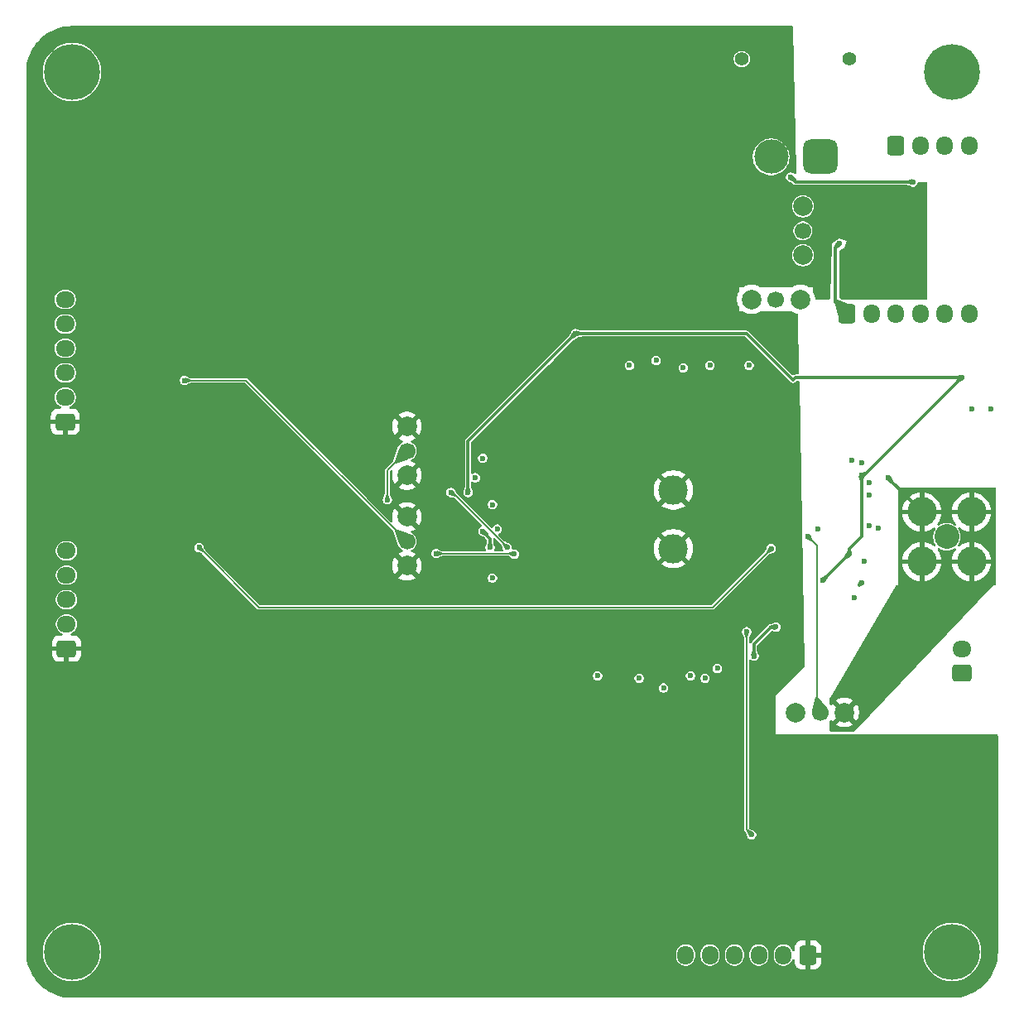
<source format=gbl>
%TF.GenerationSoftware,KiCad,Pcbnew,9.0.0*%
%TF.CreationDate,2025-02-23T16:43:11+09:00*%
%TF.ProjectId,YATA-PCB,59415441-2d50-4434-922e-6b696361645f,rev?*%
%TF.SameCoordinates,Original*%
%TF.FileFunction,Copper,L4,Bot*%
%TF.FilePolarity,Positive*%
%FSLAX46Y46*%
G04 Gerber Fmt 4.6, Leading zero omitted, Abs format (unit mm)*
G04 Created by KiCad (PCBNEW 9.0.0) date 2025-02-23 16:43:11*
%MOMM*%
%LPD*%
G01*
G04 APERTURE LIST*
G04 Aperture macros list*
%AMRoundRect*
0 Rectangle with rounded corners*
0 $1 Rounding radius*
0 $2 $3 $4 $5 $6 $7 $8 $9 X,Y pos of 4 corners*
0 Add a 4 corners polygon primitive as box body*
4,1,4,$2,$3,$4,$5,$6,$7,$8,$9,$2,$3,0*
0 Add four circle primitives for the rounded corners*
1,1,$1+$1,$2,$3*
1,1,$1+$1,$4,$5*
1,1,$1+$1,$6,$7*
1,1,$1+$1,$8,$9*
0 Add four rect primitives between the rounded corners*
20,1,$1+$1,$2,$3,$4,$5,0*
20,1,$1+$1,$4,$5,$6,$7,0*
20,1,$1+$1,$6,$7,$8,$9,0*
20,1,$1+$1,$8,$9,$2,$3,0*%
G04 Aperture macros list end*
%TA.AperFunction,ComponentPad*%
%ADD10RoundRect,0.250000X0.725000X-0.600000X0.725000X0.600000X-0.725000X0.600000X-0.725000X-0.600000X0*%
%TD*%
%TA.AperFunction,ComponentPad*%
%ADD11O,1.950000X1.700000*%
%TD*%
%TA.AperFunction,ComponentPad*%
%ADD12RoundRect,0.250000X-0.600000X-0.725000X0.600000X-0.725000X0.600000X0.725000X-0.600000X0.725000X0*%
%TD*%
%TA.AperFunction,ComponentPad*%
%ADD13O,1.700000X1.950000*%
%TD*%
%TA.AperFunction,ComponentPad*%
%ADD14C,1.400000*%
%TD*%
%TA.AperFunction,ComponentPad*%
%ADD15RoundRect,0.770000X-0.980000X-0.980000X0.980000X-0.980000X0.980000X0.980000X-0.980000X0.980000X0*%
%TD*%
%TA.AperFunction,ComponentPad*%
%ADD16C,3.500000*%
%TD*%
%TA.AperFunction,ComponentPad*%
%ADD17C,5.700000*%
%TD*%
%TA.AperFunction,ComponentPad*%
%ADD18C,2.000000*%
%TD*%
%TA.AperFunction,ComponentPad*%
%ADD19C,1.700000*%
%TD*%
%TA.AperFunction,ComponentPad*%
%ADD20C,3.000000*%
%TD*%
%TA.AperFunction,ComponentPad*%
%ADD21RoundRect,0.250000X0.600000X0.725000X-0.600000X0.725000X-0.600000X-0.725000X0.600000X-0.725000X0*%
%TD*%
%TA.AperFunction,ComponentPad*%
%ADD22C,2.540000*%
%TD*%
%TA.AperFunction,ViaPad*%
%ADD23C,0.600000*%
%TD*%
%TA.AperFunction,Conductor*%
%ADD24C,0.350000*%
%TD*%
%TA.AperFunction,Conductor*%
%ADD25C,0.200000*%
%TD*%
G04 APERTURE END LIST*
D10*
%TO.P,J18,1,Pin_1*%
%TO.N,GND*%
X171000000Y-116500000D03*
D11*
%TO.P,J18,2,Pin_2*%
%TO.N,ICSENSE*%
X171000000Y-114000000D03*
%TD*%
D12*
%TO.P,J8,1,Pin_1*%
%TO.N,GND*%
X159250000Y-79750000D03*
D13*
%TO.P,J8,2,Pin_2*%
X161750000Y-79750000D03*
%TO.P,J8,3,Pin_3*%
X164250000Y-79750000D03*
%TO.P,J8,4,Pin_4*%
%TO.N,+0V9*%
X166750000Y-79750000D03*
%TO.P,J8,5,Pin_5*%
%TO.N,PLL+0V9*%
X169250000Y-79750000D03*
%TO.P,J8,6,Pin_6*%
%TO.N,+1V8*%
X171750000Y-79750000D03*
%TD*%
D14*
%TO.P,J4,*%
%TO.N,*%
X148500000Y-53675000D03*
X159500000Y-53675000D03*
D15*
%TO.P,J4,1,Pin_1*%
%TO.N,Earth*%
X156500000Y-63675000D03*
D16*
%TO.P,J4,2,Pin_2*%
%TO.N,+0V9*%
X151500000Y-63675000D03*
%TD*%
D17*
%TO.P,J13,1,Pin_1*%
%TO.N,unconnected-(J13-Pin_1-Pad1)*%
X170000000Y-145000000D03*
%TD*%
D10*
%TO.P,J3,1,Pin_1*%
%TO.N,GND*%
X79438000Y-113975000D03*
D11*
%TO.P,J3,2,Pin_2*%
%TO.N,Net-(IC3-A3)*%
X79438000Y-111475000D03*
%TO.P,J3,3,Pin_3*%
%TO.N,Net-(IC3-A2)*%
X79438000Y-108975000D03*
%TO.P,J3,4,Pin_4*%
%TO.N,Net-(IC3-A1)*%
X79438000Y-106475000D03*
%TO.P,J3,5,Pin_5*%
%TO.N,GPIO_3V3*%
X79438000Y-103975000D03*
%TD*%
D17*
%TO.P,J11,1,Pin_1*%
%TO.N,unconnected-(J11-Pin_1-Pad1)*%
X170000000Y-55000000D03*
%TD*%
D12*
%TO.P,J5,1,Pin_1*%
%TO.N,Earth*%
X164250000Y-62500000D03*
D13*
%TO.P,J5,2,Pin_2*%
X166750000Y-62500000D03*
%TO.P,J5,3,Pin_3*%
%TO.N,PLL+0V9*%
X169250000Y-62500000D03*
%TO.P,J5,4,Pin_4*%
%TO.N,+1V8*%
X171750000Y-62500000D03*
%TD*%
D18*
%TO.P,J19,1,Pin_1*%
%TO.N,Net-(J19-Pin_1)*%
X154750000Y-68750000D03*
X154750000Y-73750000D03*
D19*
%TO.P,J19,2,Pin_2*%
%TO.N,Net-(J19-Pin_2)*%
X154750000Y-71250000D03*
%TD*%
D18*
%TO.P,J7,1,Pin_1*%
%TO.N,GND*%
X154000000Y-120500000D03*
X159000000Y-120500000D03*
D19*
%TO.P,J7,2,Pin_2*%
%TO.N,dividedclk*%
X156500000Y-120500000D03*
%TD*%
D20*
%TO.P,J9,MH1,MH1*%
%TO.N,GND*%
X141500000Y-103750000D03*
%TO.P,J9,MH2,MH2*%
X141500000Y-97750000D03*
%TD*%
D18*
%TO.P,J15,1,Pin_1*%
%TO.N,GND*%
X114250000Y-96250000D03*
X114250000Y-91250000D03*
D19*
%TO.P,J15,2,Pin_2*%
%TO.N,fin*%
X114250000Y-93750000D03*
%TD*%
D17*
%TO.P,J12,1,Pin_1*%
%TO.N,unconnected-(J12-Pin_1-Pad1)*%
X80000000Y-145000000D03*
%TD*%
%TO.P,J10,1,Pin_1*%
%TO.N,unconnected-(J10-Pin_1-Pad1)*%
X80000000Y-55000000D03*
%TD*%
D21*
%TO.P,J2,1,Pin_1*%
%TO.N,GND*%
X155250000Y-145312000D03*
D13*
%TO.P,J2,2,Pin_2*%
%TO.N,Net-(IC2-A4)*%
X152750000Y-145312000D03*
%TO.P,J2,3,Pin_3*%
%TO.N,Net-(IC2-A3)*%
X150250000Y-145312000D03*
%TO.P,J2,4,Pin_4*%
%TO.N,Net-(IC2-A2)*%
X147750000Y-145312000D03*
%TO.P,J2,5,Pin_5*%
%TO.N,Net-(IC2-A1)*%
X145250000Y-145312000D03*
%TO.P,J2,6,Pin_6*%
%TO.N,CSPI_3V3*%
X142750000Y-145312000D03*
%TD*%
D10*
%TO.P,J1,1,Pin_1*%
%TO.N,GND*%
X79312000Y-90775000D03*
D11*
%TO.P,J1,2,Pin_2*%
%TO.N,Net-(IC1-A4)*%
X79312000Y-88275000D03*
%TO.P,J1,3,Pin_3*%
%TO.N,Net-(IC1-A3)*%
X79312000Y-85775000D03*
%TO.P,J1,4,Pin_4*%
%TO.N,Net-(IC1-A2)*%
X79312000Y-83275000D03*
%TO.P,J1,5,Pin_5*%
%TO.N,Net-(IC1-A1)*%
X79312000Y-80775000D03*
%TO.P,J1,6,Pin_6*%
%TO.N,SPI_3V3*%
X79312000Y-78275000D03*
%TD*%
D18*
%TO.P,J14,1,Pin_1*%
%TO.N,GND*%
X114250000Y-105500000D03*
X114250000Y-100500000D03*
D19*
%TO.P,J14,2,Pin_2*%
%TO.N,SCLK*%
X114250000Y-103000000D03*
%TD*%
D18*
%TO.P,J20,1,Pin_1*%
%TO.N,GND*%
X149500000Y-78250000D03*
X154500000Y-78250000D03*
D19*
%TO.P,J20,2,Pin_2*%
%TO.N,+0V9*%
X152000000Y-78250000D03*
%TD*%
D20*
%TO.P,J6,1,Pin_1*%
%TO.N,GND*%
X166920000Y-100000000D03*
X166920000Y-105080000D03*
X172000000Y-100000000D03*
X172000000Y-105080000D03*
D22*
%TO.P,J6,2,Pin_2*%
%TO.N,clock*%
X169460000Y-102540000D03*
%TD*%
D23*
%TO.N,GND*%
X150250000Y-89500000D03*
X159750000Y-77500000D03*
X150500000Y-141500000D03*
X161750000Y-76500000D03*
X125000000Y-99500000D03*
X150968750Y-74031250D03*
X84750000Y-101500000D03*
X145000000Y-133500000D03*
X166750000Y-73500000D03*
X156250000Y-101750000D03*
X158500000Y-72500000D03*
X138500000Y-84500000D03*
X131750000Y-98250000D03*
X131750000Y-94750000D03*
X165750000Y-70500000D03*
X164750000Y-72500000D03*
X163750000Y-75500000D03*
X164750000Y-77500000D03*
X141750000Y-118000000D03*
X84439823Y-105517515D03*
X161500000Y-101375000D03*
X132500000Y-117000000D03*
X163750000Y-76500000D03*
X159750000Y-76500000D03*
X164750000Y-73500000D03*
X164750000Y-76500000D03*
X164750000Y-75500000D03*
X131750000Y-106250000D03*
X129750000Y-108500000D03*
X172000000Y-89500000D03*
X164750000Y-70500000D03*
X166750000Y-72500000D03*
X146750000Y-107500000D03*
X133750000Y-107750000D03*
X135500000Y-94250000D03*
X127250000Y-94750000D03*
X164750000Y-74500000D03*
X151000000Y-106250000D03*
X163750000Y-69500000D03*
X139250000Y-94000000D03*
X139500000Y-116750000D03*
X91000000Y-84000000D03*
X151250000Y-95500000D03*
X164750000Y-69500000D03*
X165750000Y-71500000D03*
X119750000Y-96750000D03*
X142500000Y-107500000D03*
X160750000Y-75500000D03*
X163750000Y-70500000D03*
X132000000Y-101725000D03*
X158750000Y-77500000D03*
X166750000Y-69500000D03*
X166750000Y-77500000D03*
X165750000Y-72500000D03*
X162750000Y-76500000D03*
X161750000Y-77500000D03*
X136500000Y-111750000D03*
X163750000Y-73500000D03*
X163500000Y-96500000D03*
X152037500Y-93212500D03*
X165750000Y-69500000D03*
X134500000Y-84250000D03*
X141000000Y-84500000D03*
X147250000Y-84000000D03*
X165750000Y-76500000D03*
X166750000Y-71500000D03*
X163750000Y-77500000D03*
X160750000Y-107250000D03*
X133750000Y-111750000D03*
X122250000Y-100500000D03*
X127000000Y-105500000D03*
X161500000Y-97000000D03*
X165750000Y-75500000D03*
X165750000Y-68500000D03*
X122000000Y-95500000D03*
X166750000Y-70500000D03*
X143750000Y-107500000D03*
X165750000Y-73500000D03*
X160750000Y-76500000D03*
X136250000Y-117500000D03*
X174000000Y-89500000D03*
X163750000Y-72500000D03*
X121000000Y-105250000D03*
X89250000Y-89500000D03*
X165750000Y-77500000D03*
X144500000Y-94250000D03*
X160750000Y-77500000D03*
X163750000Y-71500000D03*
X90500000Y-106000000D03*
X164750000Y-71500000D03*
X165750000Y-67500000D03*
X158750000Y-76500000D03*
X151250000Y-101000000D03*
X127750000Y-102000000D03*
X145750000Y-117000000D03*
X165750000Y-74500000D03*
X138500000Y-107500000D03*
X144250000Y-118500000D03*
X150500000Y-133000000D03*
X126250000Y-96750000D03*
X92250000Y-100500000D03*
X162750000Y-75500000D03*
X136250000Y-107750000D03*
X148250000Y-117250000D03*
X134000000Y-90000000D03*
X161750000Y-75500000D03*
X163750000Y-74500000D03*
X161000000Y-105000000D03*
X166750000Y-76500000D03*
X166750000Y-75500000D03*
X147250000Y-93750000D03*
X153000000Y-108750000D03*
X142000000Y-94250000D03*
X83623107Y-89149999D03*
X159750000Y-75500000D03*
X136750000Y-89750000D03*
X139750000Y-107500000D03*
X143750000Y-84500000D03*
X166750000Y-74500000D03*
X150000000Y-74250000D03*
X160750000Y-95000000D03*
X162750000Y-77500000D03*
%TO.N,reset*%
X125250000Y-104300000D03*
X117250000Y-104250000D03*
%TO.N,fin*%
X112250000Y-98750000D03*
%TO.N,PLLBYPASS*%
X151500000Y-103750000D03*
X93000000Y-103625000D03*
%TO.N,CSS*%
X149500000Y-133000000D03*
X149000000Y-112250000D03*
%TO.N,SS*%
X124510000Y-103625772D03*
X118750000Y-98000000D03*
%TO.N,SCLK*%
X91500892Y-86549999D03*
%TO.N,dividedclk*%
X155250000Y-102500000D03*
%TO.N,+1V8*%
X159500000Y-104250000D03*
X156750000Y-107000000D03*
X122750000Y-103625000D03*
X131500000Y-81750000D03*
X120500000Y-98000000D03*
X149750000Y-114750000D03*
X122007746Y-101972048D03*
X152000000Y-111750000D03*
X160750000Y-96250000D03*
X171000000Y-86250000D03*
%TO.N,+0V9*%
X166000000Y-66250000D03*
X143250000Y-116750000D03*
X138000000Y-117000000D03*
X142500000Y-85250000D03*
X123500000Y-101750000D03*
X146000000Y-116000000D03*
X144750000Y-117000000D03*
X149250000Y-85000000D03*
X122000000Y-94500000D03*
X123000000Y-99250000D03*
X153500000Y-65750000D03*
X137000000Y-85000000D03*
X121250000Y-96500000D03*
X145250000Y-85000000D03*
X123000000Y-106750000D03*
X160000000Y-108750000D03*
X161500000Y-98250000D03*
X140500000Y-118000000D03*
X162500000Y-101625000D03*
X139750000Y-84500000D03*
X133750000Y-116750000D03*
X159750000Y-94750000D03*
%TD*%
D24*
%TO.N,GND*%
X163500000Y-96500000D02*
X163500000Y-96580000D01*
X166750000Y-77500000D02*
X158750000Y-77500000D01*
X158750000Y-76500000D02*
X166750000Y-76500000D01*
X158074000Y-72926000D02*
X158500000Y-72500000D01*
X160750000Y-107250000D02*
X160500000Y-107500000D01*
X158074000Y-78574000D02*
X158074000Y-72926000D01*
X159250000Y-79750000D02*
X158074000Y-78574000D01*
X163500000Y-96580000D02*
X166920000Y-100000000D01*
D25*
%TO.N,reset*%
X125250000Y-104300000D02*
X125200000Y-104250000D01*
X125200000Y-104250000D02*
X117250000Y-104250000D01*
%TO.N,fin*%
X112250000Y-98750000D02*
X112250000Y-95750000D01*
X112250000Y-95750000D02*
X114250000Y-93750000D01*
%TO.N,PLLBYPASS*%
X145500000Y-109750000D02*
X151500000Y-103750000D01*
X99125000Y-109750000D02*
X145500000Y-109750000D01*
X93000000Y-103625000D02*
X99125000Y-109750000D01*
%TO.N,CSS*%
X149000000Y-112250000D02*
X149000000Y-132500000D01*
X149000000Y-132500000D02*
X149500000Y-133000000D01*
%TO.N,SS*%
X118833228Y-97949000D02*
X118801000Y-97949000D01*
X124510000Y-103625772D02*
X118833228Y-97949000D01*
X118801000Y-97949000D02*
X118750000Y-98000000D01*
%TO.N,SCLK*%
X114250000Y-103000000D02*
X97799999Y-86549999D01*
X97799999Y-86549999D02*
X91500892Y-86549999D01*
%TO.N,dividedclk*%
X156169000Y-103419000D02*
X156169000Y-120169000D01*
X155250000Y-102500000D02*
X156169000Y-103419000D01*
X156169000Y-120169000D02*
X156500000Y-120500000D01*
D24*
%TO.N,+1V8*%
X152000000Y-111750000D02*
X151500000Y-111750000D01*
X122750000Y-103625000D02*
X122750000Y-102714302D01*
X159500000Y-104250000D02*
X159500000Y-103750000D01*
X149000000Y-81750000D02*
X131500000Y-81750000D01*
X120500000Y-92750000D02*
X131500000Y-81750000D01*
X151500000Y-111750000D02*
X149750000Y-113500000D01*
X159500000Y-104250000D02*
X156750000Y-107000000D01*
X159500000Y-103750000D02*
X160750000Y-102500000D01*
X149750000Y-113500000D02*
X149750000Y-114750000D01*
X120500000Y-98000000D02*
X120500000Y-92750000D01*
X160750000Y-102500000D02*
X160750000Y-96250000D01*
X171000000Y-86250000D02*
X161000000Y-96250000D01*
X154000000Y-86250000D02*
X153750000Y-86500000D01*
X153750000Y-86500000D02*
X149000000Y-81750000D01*
X122750000Y-102714302D02*
X122007746Y-101972048D01*
X161000000Y-96250000D02*
X160750000Y-96250000D01*
X171000000Y-86250000D02*
X154000000Y-86250000D01*
%TO.N,+0V9*%
X154000000Y-66250000D02*
X163500000Y-66250000D01*
X163500000Y-66250000D02*
X166000000Y-66250000D01*
X153500000Y-65750000D02*
X154000000Y-66250000D01*
%TD*%
%TA.AperFunction,Conductor*%
%TO.N,GND*%
G36*
X161755764Y-77675000D02*
G01*
X161455764Y-77558527D01*
X161755764Y-77325000D01*
X161755764Y-77675000D01*
G37*
%TD.AperFunction*%
%TD*%
%TA.AperFunction,Conductor*%
%TO.N,+0V9*%
G36*
X165938648Y-65959903D02*
G01*
X165943791Y-65967234D01*
X165943838Y-65967456D01*
X166000530Y-66247680D01*
X166000530Y-66252320D01*
X165943838Y-66532543D01*
X165938838Y-66539972D01*
X165930050Y-66541691D01*
X165929828Y-66541644D01*
X165414922Y-66427038D01*
X165407591Y-66421895D01*
X165405764Y-66415617D01*
X165405764Y-66084382D01*
X165409191Y-66076109D01*
X165414920Y-66072962D01*
X165929830Y-65958355D01*
X165938648Y-65959903D01*
G37*
%TD.AperFunction*%
%TD*%
%TA.AperFunction,Conductor*%
%TO.N,GND*%
G36*
X159744236Y-76501340D02*
G01*
X159744236Y-76675000D01*
X159455764Y-76558527D01*
X159744236Y-76325000D01*
X159744236Y-76501340D01*
G37*
%TD.AperFunction*%
%TD*%
%TA.AperFunction,Conductor*%
%TO.N,dividedclk*%
G36*
X155504344Y-102344116D02*
G01*
X155505193Y-102345626D01*
X155577080Y-102499293D01*
X155696791Y-102755193D01*
X155737422Y-102842046D01*
X155737823Y-102850992D01*
X155735097Y-102855277D01*
X155605277Y-102985097D01*
X155597004Y-102988524D01*
X155592047Y-102987422D01*
X155441428Y-102916961D01*
X155095626Y-102755193D01*
X155089585Y-102748583D01*
X155089986Y-102739637D01*
X155090835Y-102738127D01*
X155247985Y-102501263D01*
X155251263Y-102497985D01*
X155488127Y-102340834D01*
X155496915Y-102339116D01*
X155504344Y-102344116D01*
G37*
%TD.AperFunction*%
%TD*%
%TA.AperFunction,Conductor*%
%TO.N,+1V8*%
G36*
X122263463Y-101815252D02*
G01*
X122263587Y-101815442D01*
X122546642Y-102260575D01*
X122548190Y-102269395D01*
X122545042Y-102275126D01*
X122310824Y-102509344D01*
X122302551Y-102512771D01*
X122296273Y-102510944D01*
X121851140Y-102227889D01*
X121845997Y-102220558D01*
X121847545Y-102211738D01*
X121847579Y-102211685D01*
X122005731Y-101973311D01*
X122009009Y-101970033D01*
X122247249Y-101811970D01*
X122256034Y-101810252D01*
X122263463Y-101815252D01*
G37*
%TD.AperFunction*%
%TD*%
%TA.AperFunction,Conductor*%
%TO.N,+1V8*%
G36*
X157053078Y-106462703D02*
G01*
X157287296Y-106696921D01*
X157290723Y-106705194D01*
X157288896Y-106711472D01*
X157005841Y-107156605D01*
X156998510Y-107161748D01*
X156989690Y-107160200D01*
X156989545Y-107160105D01*
X156850685Y-107067977D01*
X156751265Y-107002015D01*
X156747984Y-106998734D01*
X156745539Y-106995049D01*
X156589922Y-106760497D01*
X156588204Y-106751711D01*
X156593204Y-106744282D01*
X156593347Y-106744188D01*
X157038527Y-106461102D01*
X157047347Y-106459555D01*
X157053078Y-106462703D01*
G37*
%TD.AperFunction*%
%TD*%
%TA.AperFunction,Conductor*%
%TO.N,reset*%
G36*
X117321282Y-103960389D02*
G01*
X117836525Y-104147204D01*
X117843134Y-104153244D01*
X117844236Y-104158202D01*
X117844236Y-104341797D01*
X117840809Y-104350070D01*
X117836524Y-104352796D01*
X117321290Y-104539608D01*
X117312344Y-104539207D01*
X117306303Y-104532597D01*
X117305837Y-104530939D01*
X117249469Y-104252318D01*
X117249469Y-104247680D01*
X117305835Y-103969067D01*
X117310834Y-103961641D01*
X117319622Y-103959922D01*
X117321282Y-103960389D01*
G37*
%TD.AperFunction*%
%TD*%
%TA.AperFunction,Conductor*%
%TO.N,GND*%
G36*
X167378255Y-66247786D02*
G01*
X167444925Y-66268687D01*
X167489712Y-66322314D01*
X167500000Y-66371766D01*
X167500000Y-78126000D01*
X167480315Y-78193039D01*
X167427511Y-78238794D01*
X167376000Y-78250000D01*
X158701636Y-78250000D01*
X158686588Y-78245581D01*
X158670916Y-78246134D01*
X158653751Y-78235939D01*
X158634597Y-78230315D01*
X158623532Y-78217991D01*
X158610843Y-78210455D01*
X158590727Y-78181454D01*
X158588796Y-78177591D01*
X158513091Y-78026182D01*
X158500000Y-77970728D01*
X158500000Y-73326636D01*
X158519685Y-73259597D01*
X158568546Y-73215727D01*
X158681886Y-73159057D01*
X159000000Y-73000000D01*
X159250000Y-72250000D01*
X158500000Y-72000000D01*
X158499999Y-72000000D01*
X158499998Y-72000000D01*
X157750000Y-72499999D01*
X157750000Y-72500000D01*
X157515368Y-78131164D01*
X157492910Y-78197324D01*
X157438247Y-78240841D01*
X157391476Y-78250000D01*
X156123915Y-78250000D01*
X156056876Y-78230315D01*
X156011121Y-78177511D01*
X156000297Y-78135730D01*
X155999998Y-78131939D01*
X155963065Y-77898752D01*
X155890102Y-77674197D01*
X155782914Y-77463828D01*
X155773682Y-77451121D01*
X155750202Y-77385314D01*
X155750000Y-77378235D01*
X155750000Y-77000000D01*
X155371765Y-77000000D01*
X155304726Y-76980315D01*
X155298879Y-76976318D01*
X155286171Y-76967085D01*
X155075802Y-76859897D01*
X154851247Y-76786934D01*
X154851248Y-76786934D01*
X154618052Y-76750000D01*
X154381948Y-76750000D01*
X154148752Y-76786934D01*
X153924197Y-76859897D01*
X153750000Y-76948654D01*
X153750000Y-74270921D01*
X153785676Y-74340939D01*
X153785678Y-74340942D01*
X153889985Y-74484510D01*
X153889989Y-74484515D01*
X154015484Y-74610010D01*
X154015489Y-74610014D01*
X154140716Y-74700996D01*
X154159061Y-74714324D01*
X154317190Y-74794895D01*
X154317192Y-74794896D01*
X154485973Y-74849736D01*
X154485974Y-74849736D01*
X154485977Y-74849737D01*
X154661264Y-74877500D01*
X154661265Y-74877500D01*
X154838735Y-74877500D01*
X154838736Y-74877500D01*
X155014023Y-74849737D01*
X155014026Y-74849736D01*
X155014027Y-74849736D01*
X155182807Y-74794896D01*
X155182807Y-74794895D01*
X155182810Y-74794895D01*
X155340939Y-74714324D01*
X155484517Y-74610009D01*
X155610009Y-74484517D01*
X155714324Y-74340939D01*
X155794895Y-74182810D01*
X155849737Y-74014023D01*
X155877500Y-73838736D01*
X155877500Y-73661264D01*
X155849737Y-73485977D01*
X155849736Y-73485973D01*
X155849736Y-73485972D01*
X155794896Y-73317192D01*
X155794895Y-73317190D01*
X155714324Y-73159061D01*
X155700996Y-73140716D01*
X155610014Y-73015489D01*
X155610010Y-73015484D01*
X155484515Y-72889989D01*
X155484510Y-72889985D01*
X155340942Y-72785678D01*
X155340941Y-72785677D01*
X155340939Y-72785676D01*
X155261874Y-72745390D01*
X155182807Y-72705103D01*
X155014026Y-72650263D01*
X154882557Y-72629440D01*
X154838736Y-72622500D01*
X154661264Y-72622500D01*
X154602835Y-72631754D01*
X154485975Y-72650263D01*
X154485972Y-72650263D01*
X154317192Y-72705103D01*
X154159057Y-72785678D01*
X154015489Y-72889985D01*
X154015484Y-72889989D01*
X153889989Y-73015484D01*
X153889985Y-73015489D01*
X153785678Y-73159057D01*
X153750000Y-73229078D01*
X153750000Y-71153720D01*
X153772500Y-71153720D01*
X153772500Y-71346279D01*
X153810062Y-71535118D01*
X153810066Y-71535132D01*
X153883746Y-71713013D01*
X153883753Y-71713026D01*
X153990725Y-71873119D01*
X153990728Y-71873123D01*
X154126876Y-72009271D01*
X154126880Y-72009274D01*
X154286973Y-72116246D01*
X154286986Y-72116253D01*
X154435806Y-72177896D01*
X154464874Y-72189936D01*
X154653720Y-72227499D01*
X154653724Y-72227500D01*
X154653725Y-72227500D01*
X154846276Y-72227500D01*
X154846277Y-72227499D01*
X155035126Y-72189936D01*
X155213020Y-72116250D01*
X155373120Y-72009274D01*
X155509274Y-71873120D01*
X155616250Y-71713020D01*
X155689936Y-71535126D01*
X155727500Y-71346275D01*
X155727500Y-71153725D01*
X155689936Y-70964874D01*
X155677896Y-70935806D01*
X155616253Y-70786986D01*
X155616246Y-70786973D01*
X155509274Y-70626880D01*
X155509271Y-70626876D01*
X155373123Y-70490728D01*
X155373119Y-70490725D01*
X155213026Y-70383753D01*
X155213013Y-70383746D01*
X155035132Y-70310066D01*
X155035128Y-70310064D01*
X155035126Y-70310064D01*
X155035122Y-70310063D01*
X155035118Y-70310062D01*
X154846279Y-70272500D01*
X154846275Y-70272500D01*
X154653725Y-70272500D01*
X154653720Y-70272500D01*
X154464881Y-70310062D01*
X154464867Y-70310066D01*
X154286986Y-70383746D01*
X154286973Y-70383753D01*
X154126880Y-70490725D01*
X154126876Y-70490728D01*
X153990728Y-70626876D01*
X153990725Y-70626880D01*
X153883753Y-70786973D01*
X153883746Y-70786986D01*
X153810066Y-70964867D01*
X153810062Y-70964881D01*
X153772500Y-71153720D01*
X153750000Y-71153720D01*
X153750000Y-69270921D01*
X153785676Y-69340939D01*
X153785678Y-69340942D01*
X153889985Y-69484510D01*
X153889989Y-69484515D01*
X154015484Y-69610010D01*
X154015489Y-69610014D01*
X154140716Y-69700996D01*
X154159061Y-69714324D01*
X154317190Y-69794895D01*
X154317192Y-69794896D01*
X154485973Y-69849736D01*
X154485974Y-69849736D01*
X154485977Y-69849737D01*
X154661264Y-69877500D01*
X154661265Y-69877500D01*
X154838735Y-69877500D01*
X154838736Y-69877500D01*
X155014023Y-69849737D01*
X155014026Y-69849736D01*
X155014027Y-69849736D01*
X155182807Y-69794896D01*
X155182807Y-69794895D01*
X155182810Y-69794895D01*
X155340939Y-69714324D01*
X155484517Y-69610009D01*
X155610009Y-69484517D01*
X155714324Y-69340939D01*
X155794895Y-69182810D01*
X155849737Y-69014023D01*
X155877500Y-68838736D01*
X155877500Y-68661264D01*
X155849737Y-68485977D01*
X155849736Y-68485973D01*
X155849736Y-68485972D01*
X155794896Y-68317192D01*
X155794895Y-68317190D01*
X155714324Y-68159061D01*
X155700996Y-68140716D01*
X155610014Y-68015489D01*
X155610010Y-68015484D01*
X155484515Y-67889989D01*
X155484510Y-67889985D01*
X155340942Y-67785678D01*
X155340941Y-67785677D01*
X155340939Y-67785676D01*
X155261874Y-67745390D01*
X155182807Y-67705103D01*
X155014026Y-67650263D01*
X154882557Y-67629440D01*
X154838736Y-67622500D01*
X154661264Y-67622500D01*
X154602835Y-67631754D01*
X154485975Y-67650263D01*
X154485972Y-67650263D01*
X154317192Y-67705103D01*
X154159057Y-67785678D01*
X154015489Y-67889985D01*
X154015484Y-67889989D01*
X153889989Y-68015484D01*
X153889985Y-68015489D01*
X153785678Y-68159057D01*
X153750000Y-68229078D01*
X153750000Y-66427799D01*
X153757940Y-66435739D01*
X153814261Y-66492060D01*
X153848750Y-66511972D01*
X153883233Y-66531882D01*
X153883234Y-66531883D01*
X153883236Y-66531883D01*
X153883239Y-66531885D01*
X153960175Y-66552500D01*
X154039825Y-66552500D01*
X163460175Y-66552500D01*
X165355100Y-66552500D01*
X165382040Y-66555462D01*
X165504201Y-66582651D01*
X165666213Y-66618711D01*
X165701271Y-66632361D01*
X165704962Y-66634492D01*
X165704966Y-66634496D01*
X165814534Y-66697755D01*
X165936741Y-66730500D01*
X165936743Y-66730500D01*
X166063257Y-66730500D01*
X166063259Y-66730500D01*
X166185466Y-66697755D01*
X166295034Y-66634496D01*
X166384496Y-66545034D01*
X166447755Y-66435466D01*
X166477218Y-66325507D01*
X166513582Y-66265848D01*
X166576429Y-66235319D01*
X166599238Y-66233622D01*
X167378255Y-66247786D01*
G37*
%TD.AperFunction*%
%TD*%
%TA.AperFunction,Conductor*%
%TO.N,+1V8*%
G36*
X120673890Y-97409191D02*
G01*
X120677038Y-97414922D01*
X120791644Y-97929828D01*
X120790096Y-97938648D01*
X120782765Y-97943791D01*
X120782543Y-97943838D01*
X120502320Y-98000530D01*
X120497680Y-98000530D01*
X120217456Y-97943838D01*
X120210027Y-97938838D01*
X120208308Y-97930050D01*
X120208337Y-97929910D01*
X120322962Y-97414922D01*
X120328105Y-97407591D01*
X120334383Y-97405764D01*
X120665617Y-97405764D01*
X120673890Y-97409191D01*
G37*
%TD.AperFunction*%
%TD*%
%TA.AperFunction,Conductor*%
%TO.N,+1V8*%
G36*
X159455736Y-103572466D02*
G01*
X159688170Y-103804900D01*
X159691192Y-103810121D01*
X159790976Y-104179410D01*
X159789826Y-104188291D01*
X159782733Y-104193757D01*
X159781985Y-104193933D01*
X159501602Y-104250243D01*
X159496984Y-104250241D01*
X159219231Y-104194190D01*
X159211799Y-104189194D01*
X159210076Y-104180407D01*
X159210591Y-104178610D01*
X159436510Y-103576626D01*
X159442624Y-103570086D01*
X159451574Y-103569785D01*
X159455736Y-103572466D01*
G37*
%TD.AperFunction*%
%TD*%
%TA.AperFunction,Conductor*%
%TO.N,GND*%
G36*
X165755764Y-77675000D02*
G01*
X165455764Y-77558527D01*
X165755764Y-77325000D01*
X165755764Y-77675000D01*
G37*
%TD.AperFunction*%
%TD*%
%TA.AperFunction,Conductor*%
%TO.N,PLLBYPASS*%
G36*
X151260362Y-103589986D02*
G01*
X151261872Y-103590835D01*
X151498734Y-103747984D01*
X151502015Y-103751265D01*
X151659164Y-103988127D01*
X151660883Y-103996915D01*
X151655883Y-104004344D01*
X151654373Y-104005193D01*
X151157953Y-104237422D01*
X151149007Y-104237823D01*
X151144722Y-104235097D01*
X151014902Y-104105277D01*
X151011475Y-104097004D01*
X151012575Y-104092051D01*
X151244806Y-103595625D01*
X151251416Y-103589585D01*
X151260362Y-103589986D01*
G37*
%TD.AperFunction*%
%TD*%
%TA.AperFunction,Conductor*%
%TO.N,GND*%
G36*
X159755764Y-77675000D02*
G01*
X159455764Y-77558527D01*
X159755764Y-77325000D01*
X159755764Y-77675000D01*
G37*
%TD.AperFunction*%
%TD*%
%TA.AperFunction,Conductor*%
%TO.N,GND*%
G36*
X166751000Y-77500000D02*
G01*
X166691473Y-77794236D01*
X166155764Y-77675000D01*
X166155764Y-77325000D01*
X166691473Y-77205764D01*
X166751000Y-77500000D01*
G37*
%TD.AperFunction*%
%TD*%
%TA.AperFunction,Conductor*%
%TO.N,GND*%
G36*
X160755764Y-77675000D02*
G01*
X160455764Y-77558527D01*
X160755764Y-77325000D01*
X160755764Y-77675000D01*
G37*
%TD.AperFunction*%
%TD*%
%TA.AperFunction,Conductor*%
%TO.N,GND*%
G36*
X165744236Y-76501340D02*
G01*
X165744236Y-76675000D01*
X165455764Y-76558527D01*
X165744236Y-76325000D01*
X165744236Y-76501340D01*
G37*
%TD.AperFunction*%
%TD*%
%TA.AperFunction,Conductor*%
%TO.N,+0V9*%
G36*
X153755717Y-65593204D02*
G01*
X153755841Y-65593394D01*
X154038896Y-66038527D01*
X154040444Y-66047347D01*
X154037296Y-66053078D01*
X153803078Y-66287296D01*
X153794805Y-66290723D01*
X153788527Y-66288896D01*
X153343394Y-66005841D01*
X153338251Y-65998510D01*
X153339799Y-65989690D01*
X153339833Y-65989637D01*
X153497985Y-65751263D01*
X153501263Y-65747985D01*
X153739503Y-65589922D01*
X153748288Y-65588204D01*
X153755717Y-65593204D01*
G37*
%TD.AperFunction*%
%TD*%
%TA.AperFunction,Conductor*%
%TO.N,SCLK*%
G36*
X113137033Y-101741037D02*
G01*
X113396245Y-101827244D01*
X114406040Y-102163078D01*
X114412808Y-102168939D01*
X114413824Y-102176450D01*
X114252227Y-102993021D01*
X114247260Y-103000472D01*
X114243021Y-103002227D01*
X113426450Y-103163824D01*
X113417669Y-103162069D01*
X113413078Y-103156040D01*
X112991037Y-101887033D01*
X112991678Y-101878101D01*
X112993863Y-101875071D01*
X113125069Y-101743865D01*
X113133341Y-101740439D01*
X113137033Y-101741037D01*
G37*
%TD.AperFunction*%
%TD*%
%TA.AperFunction,Conductor*%
%TO.N,dividedclk*%
G36*
X156271739Y-118888177D02*
G01*
X156272506Y-118889023D01*
X157198570Y-120017796D01*
X157201168Y-120026365D01*
X157196946Y-120034261D01*
X157196035Y-120034938D01*
X156504039Y-120498295D01*
X156495258Y-120500050D01*
X156495233Y-120500046D01*
X155678680Y-120336643D01*
X155671240Y-120331659D01*
X155669503Y-120322874D01*
X155669695Y-120322070D01*
X156066620Y-118893318D01*
X156072136Y-118886264D01*
X156077893Y-118884750D01*
X156263466Y-118884750D01*
X156271739Y-118888177D01*
G37*
%TD.AperFunction*%
%TD*%
%TA.AperFunction,Conductor*%
%TO.N,GND*%
G36*
X162744236Y-76501340D02*
G01*
X162744236Y-76675000D01*
X162455764Y-76558527D01*
X162744236Y-76325000D01*
X162744236Y-76501340D01*
G37*
%TD.AperFunction*%
%TD*%
%TA.AperFunction,Conductor*%
%TO.N,+1V8*%
G36*
X170760309Y-86089799D02*
G01*
X170760422Y-86089873D01*
X170995049Y-86245539D01*
X170998734Y-86247984D01*
X171002015Y-86251265D01*
X171160076Y-86489500D01*
X171161795Y-86498288D01*
X171156795Y-86505717D01*
X171156605Y-86505841D01*
X170711472Y-86788896D01*
X170702652Y-86790444D01*
X170696921Y-86787296D01*
X170462703Y-86553078D01*
X170459276Y-86544805D01*
X170461103Y-86538527D01*
X170481967Y-86505717D01*
X170744159Y-86093393D01*
X170751489Y-86088251D01*
X170760309Y-86089799D01*
G37*
%TD.AperFunction*%
%TD*%
%TA.AperFunction,Conductor*%
%TO.N,GND*%
G36*
X163754690Y-96343886D02*
G01*
X163755381Y-96345073D01*
X164000105Y-96828882D01*
X164000782Y-96837811D01*
X163997938Y-96842436D01*
X163763805Y-97076569D01*
X163755532Y-97079996D01*
X163748276Y-97077474D01*
X163341773Y-96756116D01*
X163337408Y-96748297D01*
X163339279Y-96740472D01*
X163497985Y-96501263D01*
X163501263Y-96497985D01*
X163738474Y-96340604D01*
X163747261Y-96338886D01*
X163754690Y-96343886D01*
G37*
%TD.AperFunction*%
%TD*%
%TA.AperFunction,Conductor*%
%TO.N,GND*%
G36*
X163744236Y-76501340D02*
G01*
X163744236Y-76675000D01*
X163455764Y-76558527D01*
X163744236Y-76325000D01*
X163744236Y-76501340D01*
G37*
%TD.AperFunction*%
%TD*%
%TA.AperFunction,Conductor*%
%TO.N,+1V8*%
G36*
X151937560Y-111460892D02*
G01*
X151943675Y-111467434D01*
X151944190Y-111469231D01*
X152000241Y-111746984D01*
X152000243Y-111751602D01*
X151943933Y-112031985D01*
X151938944Y-112039421D01*
X151930158Y-112041152D01*
X151929410Y-112040976D01*
X151560121Y-111941192D01*
X151554900Y-111938170D01*
X151322466Y-111705736D01*
X151319039Y-111697463D01*
X151322466Y-111689190D01*
X151326625Y-111686510D01*
X151928610Y-111460591D01*
X151937560Y-111460892D01*
G37*
%TD.AperFunction*%
%TD*%
%TA.AperFunction,Conductor*%
%TO.N,GND*%
G36*
X160036665Y-122461405D02*
G01*
X159976220Y-122496451D01*
X159946765Y-122500000D01*
X157624000Y-122500000D01*
X157556961Y-122480315D01*
X157511206Y-122427511D01*
X157500000Y-122376000D01*
X157500000Y-121369012D01*
X157519685Y-121301973D01*
X157572489Y-121256218D01*
X157641647Y-121246274D01*
X157705203Y-121275299D01*
X157724318Y-121296127D01*
X157777339Y-121369104D01*
X157777340Y-121369105D01*
X158476212Y-120670233D01*
X158487482Y-120712292D01*
X158559890Y-120837708D01*
X158662292Y-120940110D01*
X158787708Y-121012518D01*
X158829765Y-121023787D01*
X158130893Y-121722658D01*
X158213828Y-121782914D01*
X158424197Y-121890102D01*
X158648752Y-121963065D01*
X158648751Y-121963065D01*
X158881948Y-122000000D01*
X159118052Y-122000000D01*
X159351247Y-121963065D01*
X159575802Y-121890102D01*
X159786163Y-121782918D01*
X159786169Y-121782914D01*
X159869104Y-121722658D01*
X159869105Y-121722658D01*
X159170233Y-121023787D01*
X159212292Y-121012518D01*
X159337708Y-120940110D01*
X159440110Y-120837708D01*
X159512518Y-120712292D01*
X159523787Y-120670234D01*
X160222658Y-121369105D01*
X160222658Y-121369104D01*
X160282914Y-121286169D01*
X160282918Y-121286163D01*
X160390102Y-121075802D01*
X160463065Y-120851247D01*
X160500000Y-120618052D01*
X160500000Y-120381947D01*
X160463065Y-120148752D01*
X160390102Y-119924197D01*
X160282914Y-119713828D01*
X160222658Y-119630894D01*
X160222658Y-119630893D01*
X159523787Y-120329765D01*
X159512518Y-120287708D01*
X159440110Y-120162292D01*
X159337708Y-120059890D01*
X159212292Y-119987482D01*
X159170234Y-119976212D01*
X159869105Y-119277340D01*
X159869104Y-119277338D01*
X159786174Y-119217087D01*
X159575802Y-119109897D01*
X159351247Y-119036934D01*
X159351248Y-119036934D01*
X159118052Y-119000000D01*
X158881948Y-119000000D01*
X158648752Y-119036934D01*
X158424197Y-119109897D01*
X158213830Y-119217084D01*
X158130894Y-119277340D01*
X158829766Y-119976212D01*
X158787708Y-119987482D01*
X158662292Y-120059890D01*
X158559890Y-120162292D01*
X158487482Y-120287708D01*
X158476212Y-120329766D01*
X157777340Y-119630894D01*
X157777339Y-119630894D01*
X157724318Y-119703873D01*
X157668989Y-119746539D01*
X157599375Y-119752518D01*
X157537580Y-119719913D01*
X157503223Y-119659074D01*
X157500000Y-119630988D01*
X157500000Y-119033703D01*
X157517060Y-118970934D01*
X164214060Y-107561231D01*
X164264972Y-107513380D01*
X164321000Y-107500000D01*
X164500000Y-107500000D01*
X174249999Y-107500000D01*
X160036665Y-122461405D01*
G37*
%TD.AperFunction*%
%TD*%
%TA.AperFunction,Conductor*%
%TO.N,GND*%
G36*
X159344236Y-77325000D02*
G01*
X159344236Y-77675000D01*
X158808527Y-77794236D01*
X158749000Y-77500000D01*
X158808527Y-77205764D01*
X159344236Y-77325000D01*
G37*
%TD.AperFunction*%
%TD*%
%TA.AperFunction,Conductor*%
%TO.N,GND*%
G36*
X158325536Y-78250000D02*
G01*
X159562673Y-78770806D01*
X159568968Y-78777174D01*
X159569242Y-78785261D01*
X159251829Y-79745466D01*
X159245978Y-79752246D01*
X159244480Y-79752873D01*
X158411750Y-80035453D01*
X158402814Y-80034867D01*
X158396911Y-80028134D01*
X158396714Y-80027495D01*
X157899000Y-78217780D01*
X158249000Y-78217780D01*
X158325536Y-78250000D01*
G37*
%TD.AperFunction*%
%TD*%
%TA.AperFunction,Conductor*%
%TO.N,+1V8*%
G36*
X131260309Y-81589799D02*
G01*
X131260422Y-81589873D01*
X131495049Y-81745539D01*
X131498734Y-81747984D01*
X131502015Y-81751265D01*
X131660076Y-81989500D01*
X131661795Y-81998288D01*
X131656795Y-82005717D01*
X131656605Y-82005841D01*
X131211472Y-82288896D01*
X131202652Y-82290444D01*
X131196921Y-82287296D01*
X130962703Y-82053078D01*
X130959276Y-82044805D01*
X130961103Y-82038527D01*
X130981967Y-82005717D01*
X131244159Y-81593393D01*
X131251489Y-81588251D01*
X131260309Y-81589799D01*
G37*
%TD.AperFunction*%
%TD*%
%TA.AperFunction,Conductor*%
%TO.N,fin*%
G36*
X112350070Y-98159191D02*
G01*
X112352796Y-98163476D01*
X112539608Y-98678709D01*
X112539207Y-98687655D01*
X112532597Y-98693696D01*
X112530929Y-98694165D01*
X112252320Y-98750530D01*
X112247680Y-98750530D01*
X111969070Y-98694165D01*
X111961641Y-98689165D01*
X111959922Y-98680377D01*
X111960387Y-98678720D01*
X112147204Y-98163476D01*
X112153245Y-98156866D01*
X112158203Y-98155764D01*
X112341797Y-98155764D01*
X112350070Y-98159191D01*
G37*
%TD.AperFunction*%
%TD*%
%TA.AperFunction,Conductor*%
%TO.N,+1V8*%
G36*
X149923890Y-114159191D02*
G01*
X149927038Y-114164922D01*
X150041644Y-114679828D01*
X150040096Y-114688648D01*
X150032765Y-114693791D01*
X150032543Y-114693838D01*
X149752320Y-114750530D01*
X149747680Y-114750530D01*
X149467456Y-114693838D01*
X149460027Y-114688838D01*
X149458308Y-114680050D01*
X149458337Y-114679910D01*
X149572962Y-114164922D01*
X149578105Y-114157591D01*
X149584383Y-114155764D01*
X149915617Y-114155764D01*
X149923890Y-114159191D01*
G37*
%TD.AperFunction*%
%TD*%
%TA.AperFunction,Conductor*%
%TO.N,GND*%
G36*
X164755764Y-77675000D02*
G01*
X164455764Y-77558527D01*
X164755764Y-77325000D01*
X164755764Y-77675000D01*
G37*
%TD.AperFunction*%
%TD*%
%TA.AperFunction,Conductor*%
%TO.N,GND*%
G36*
X164744236Y-76501340D02*
G01*
X164744236Y-76675000D01*
X164455764Y-76558527D01*
X164744236Y-76325000D01*
X164744236Y-76501340D01*
G37*
%TD.AperFunction*%
%TD*%
%TA.AperFunction,Conductor*%
%TO.N,GND*%
G36*
X160510397Y-107090094D02*
G01*
X160512291Y-107091113D01*
X160741397Y-107243116D01*
X160748734Y-107247984D01*
X160752015Y-107251265D01*
X160908884Y-107487704D01*
X160910603Y-107496492D01*
X160905603Y-107503921D01*
X160903705Y-107504942D01*
X160631006Y-107620660D01*
X160622052Y-107620738D01*
X160618163Y-107618163D01*
X160381836Y-107381836D01*
X160378409Y-107373563D01*
X160379339Y-107368993D01*
X160429297Y-107251265D01*
X160495057Y-107096293D01*
X160501443Y-107090016D01*
X160510397Y-107090094D01*
G37*
%TD.AperFunction*%
%TD*%
%TA.AperFunction,Conductor*%
%TO.N,+1V8*%
G36*
X161135291Y-95872860D02*
G01*
X161137024Y-95874289D01*
X161371002Y-96108267D01*
X161374429Y-96116540D01*
X161371002Y-96124813D01*
X161370172Y-96125568D01*
X160926621Y-96491237D01*
X160918057Y-96493855D01*
X160910150Y-96489652D01*
X160909471Y-96488741D01*
X160750612Y-96252667D01*
X160748838Y-96248386D01*
X160721369Y-96108267D01*
X160693726Y-95967258D01*
X160695497Y-95958482D01*
X160702954Y-95953528D01*
X161126515Y-95871078D01*
X161135291Y-95872860D01*
G37*
%TD.AperFunction*%
%TD*%
%TA.AperFunction,Conductor*%
%TO.N,GND*%
G36*
X153696504Y-50320185D02*
G01*
X153742259Y-50372989D01*
X153753440Y-50422021D01*
X154051399Y-65320053D01*
X154033059Y-65387472D01*
X153981181Y-65434274D01*
X153912235Y-65445598D01*
X153848111Y-65417850D01*
X153839743Y-65410213D01*
X153795035Y-65365505D01*
X153795034Y-65365504D01*
X153685466Y-65302245D01*
X153563259Y-65269500D01*
X153436741Y-65269500D01*
X153314534Y-65302245D01*
X153314531Y-65302246D01*
X153204964Y-65365505D01*
X153115505Y-65454964D01*
X153052246Y-65564531D01*
X153052245Y-65564534D01*
X153019500Y-65686741D01*
X153019500Y-65813259D01*
X153052245Y-65935466D01*
X153115504Y-66045034D01*
X153204966Y-66134496D01*
X153314534Y-66197755D01*
X153436741Y-66230500D01*
X153436745Y-66230500D01*
X153440862Y-66231603D01*
X153475301Y-66246739D01*
X153717429Y-66400705D01*
X153717433Y-66400706D01*
X153720967Y-66402954D01*
X153742111Y-66419910D01*
X153750000Y-66427799D01*
X153750000Y-68229077D01*
X153705103Y-68317192D01*
X153650263Y-68485972D01*
X153650263Y-68485975D01*
X153622500Y-68661264D01*
X153622500Y-68838735D01*
X153650263Y-69014024D01*
X153650263Y-69014027D01*
X153705103Y-69182807D01*
X153750000Y-69270921D01*
X153750000Y-73229077D01*
X153705103Y-73317192D01*
X153650263Y-73485972D01*
X153650263Y-73485975D01*
X153622500Y-73661264D01*
X153622500Y-73838735D01*
X153650263Y-74014024D01*
X153650263Y-74014027D01*
X153705103Y-74182807D01*
X153750000Y-74270921D01*
X153750000Y-76948654D01*
X153713828Y-76967085D01*
X153701121Y-76976318D01*
X153635314Y-76999798D01*
X153628235Y-77000000D01*
X150371765Y-77000000D01*
X150304726Y-76980315D01*
X150298879Y-76976318D01*
X150286171Y-76967085D01*
X150075802Y-76859897D01*
X149851247Y-76786934D01*
X149851248Y-76786934D01*
X149618052Y-76750000D01*
X149381948Y-76750000D01*
X149148752Y-76786934D01*
X148924197Y-76859897D01*
X148713828Y-76967085D01*
X148701121Y-76976318D01*
X148635314Y-76999798D01*
X148628235Y-77000000D01*
X148250000Y-77000000D01*
X148250000Y-77378235D01*
X148230315Y-77445274D01*
X148226318Y-77451121D01*
X148217085Y-77463828D01*
X148109897Y-77674197D01*
X148036934Y-77898752D01*
X148000000Y-78131947D01*
X148000000Y-78368052D01*
X148036934Y-78601247D01*
X148109897Y-78825802D01*
X148217081Y-79036163D01*
X148217086Y-79036171D01*
X148226317Y-79048876D01*
X148249798Y-79114681D01*
X148250000Y-79121763D01*
X148250000Y-79500000D01*
X148628235Y-79500000D01*
X148695274Y-79519685D01*
X148701121Y-79523682D01*
X148713828Y-79532914D01*
X148924197Y-79640102D01*
X149148752Y-79713065D01*
X149148751Y-79713065D01*
X149381948Y-79750000D01*
X149618052Y-79750000D01*
X149851247Y-79713065D01*
X150075802Y-79640102D01*
X150286171Y-79532914D01*
X150298879Y-79523682D01*
X150364686Y-79500202D01*
X150371765Y-79500000D01*
X153628235Y-79500000D01*
X153695274Y-79519685D01*
X153701121Y-79523682D01*
X153713828Y-79532914D01*
X153924197Y-79640102D01*
X154148752Y-79713065D01*
X154153489Y-79714203D01*
X154153133Y-79715684D01*
X154210168Y-79742719D01*
X154247102Y-79802029D01*
X154251616Y-79832836D01*
X154369033Y-85821069D01*
X154350667Y-85888482D01*
X154298770Y-85935263D01*
X154245057Y-85947500D01*
X153960175Y-85947500D01*
X153913403Y-85960032D01*
X153886398Y-85967268D01*
X153886396Y-85967269D01*
X153883239Y-85968115D01*
X153883237Y-85968115D01*
X153883237Y-85968116D01*
X153815181Y-86007408D01*
X153747280Y-86023879D01*
X153681254Y-86001027D01*
X153665501Y-85987701D01*
X149185741Y-81507942D01*
X149185739Y-81507940D01*
X149182648Y-81506155D01*
X149116766Y-81468117D01*
X149116765Y-81468116D01*
X149107674Y-81465680D01*
X149039825Y-81447500D01*
X149039823Y-81447500D01*
X132144903Y-81447500D01*
X132117962Y-81444538D01*
X132113867Y-81443626D01*
X132113866Y-81443626D01*
X132011863Y-81420922D01*
X131833784Y-81381286D01*
X131798725Y-81367635D01*
X131685468Y-81302246D01*
X131685467Y-81302245D01*
X131685466Y-81302245D01*
X131563259Y-81269500D01*
X131436741Y-81269500D01*
X131314534Y-81302245D01*
X131314531Y-81302246D01*
X131204964Y-81365505D01*
X131115505Y-81454964D01*
X131052246Y-81564531D01*
X131052245Y-81564534D01*
X131018397Y-81690858D01*
X131003259Y-81725302D01*
X130847043Y-81970968D01*
X130830087Y-81992112D01*
X120314261Y-92507940D01*
X120257942Y-92564258D01*
X120257936Y-92564267D01*
X120218117Y-92633233D01*
X120218116Y-92633234D01*
X120218115Y-92633239D01*
X120197500Y-92710175D01*
X120197500Y-92710177D01*
X120197500Y-97355099D01*
X120194538Y-97382040D01*
X120131286Y-97666215D01*
X120117635Y-97701274D01*
X120052246Y-97814531D01*
X120052245Y-97814534D01*
X120019500Y-97936741D01*
X120019500Y-98063259D01*
X120052245Y-98185466D01*
X120115504Y-98295034D01*
X120204966Y-98384496D01*
X120314534Y-98447755D01*
X120436741Y-98480500D01*
X120436743Y-98480500D01*
X120563257Y-98480500D01*
X120563259Y-98480500D01*
X120685466Y-98447755D01*
X120795034Y-98384496D01*
X120884496Y-98295034D01*
X120947755Y-98185466D01*
X120980500Y-98063259D01*
X120980500Y-97936741D01*
X120947755Y-97814534D01*
X120884496Y-97704966D01*
X120884492Y-97704962D01*
X120882361Y-97701271D01*
X120881787Y-97699797D01*
X120881202Y-97699218D01*
X120868711Y-97666215D01*
X120858181Y-97618905D01*
X139500000Y-97618905D01*
X139500000Y-97881094D01*
X139534220Y-98141009D01*
X139534222Y-98141020D01*
X139602075Y-98394255D01*
X139702404Y-98636471D01*
X139702409Y-98636482D01*
X139833488Y-98863516D01*
X139833494Y-98863524D01*
X139920080Y-98976365D01*
X140563708Y-98332736D01*
X140660967Y-98466602D01*
X140783398Y-98589033D01*
X140917261Y-98686289D01*
X140273633Y-99329917D01*
X140273633Y-99329918D01*
X140386475Y-99416505D01*
X140386483Y-99416511D01*
X140613517Y-99547590D01*
X140613528Y-99547595D01*
X140855744Y-99647924D01*
X141108979Y-99715777D01*
X141108990Y-99715779D01*
X141368905Y-99749999D01*
X141368920Y-99750000D01*
X141631080Y-99750000D01*
X141631094Y-99749999D01*
X141891009Y-99715779D01*
X141891020Y-99715777D01*
X142144255Y-99647924D01*
X142386471Y-99547595D01*
X142386482Y-99547590D01*
X142613516Y-99416511D01*
X142613534Y-99416499D01*
X142726365Y-99329919D01*
X142726365Y-99329917D01*
X142082737Y-98686290D01*
X142216602Y-98589033D01*
X142339033Y-98466602D01*
X142436290Y-98332738D01*
X143079917Y-98976365D01*
X143079919Y-98976365D01*
X143166499Y-98863534D01*
X143166511Y-98863516D01*
X143297590Y-98636482D01*
X143297595Y-98636471D01*
X143397924Y-98394255D01*
X143465777Y-98141020D01*
X143465779Y-98141009D01*
X143499999Y-97881094D01*
X143500000Y-97881080D01*
X143500000Y-97618919D01*
X143499999Y-97618905D01*
X143465779Y-97358990D01*
X143465777Y-97358979D01*
X143397924Y-97105744D01*
X143297595Y-96863528D01*
X143297590Y-96863517D01*
X143166511Y-96636483D01*
X143166505Y-96636475D01*
X143079918Y-96523633D01*
X143079917Y-96523633D01*
X142436289Y-97167261D01*
X142339033Y-97033398D01*
X142216602Y-96910967D01*
X142082736Y-96813708D01*
X142726365Y-96170080D01*
X142613524Y-96083494D01*
X142613516Y-96083488D01*
X142386482Y-95952409D01*
X142386471Y-95952404D01*
X142144255Y-95852075D01*
X141891020Y-95784222D01*
X141891009Y-95784220D01*
X141631094Y-95750000D01*
X141368905Y-95750000D01*
X141108990Y-95784220D01*
X141108979Y-95784222D01*
X140855744Y-95852075D01*
X140613528Y-95952404D01*
X140613517Y-95952409D01*
X140386471Y-96083496D01*
X140273633Y-96170079D01*
X140273633Y-96170080D01*
X140917262Y-96813709D01*
X140783398Y-96910967D01*
X140660967Y-97033398D01*
X140563709Y-97167262D01*
X139920080Y-96523633D01*
X139920079Y-96523633D01*
X139833496Y-96636471D01*
X139702409Y-96863517D01*
X139702404Y-96863528D01*
X139602075Y-97105744D01*
X139534222Y-97358979D01*
X139534220Y-97358990D01*
X139500000Y-97618905D01*
X120858181Y-97618905D01*
X120836057Y-97519500D01*
X120805462Y-97382040D01*
X120802500Y-97355100D01*
X120802500Y-97011243D01*
X120822185Y-96944204D01*
X120874989Y-96898449D01*
X120944147Y-96888505D01*
X120988494Y-96903853D01*
X121064534Y-96947755D01*
X121186741Y-96980500D01*
X121186743Y-96980500D01*
X121313257Y-96980500D01*
X121313259Y-96980500D01*
X121435466Y-96947755D01*
X121545034Y-96884496D01*
X121634496Y-96795034D01*
X121697755Y-96685466D01*
X121730500Y-96563259D01*
X121730500Y-96436741D01*
X121697755Y-96314534D01*
X121634496Y-96204966D01*
X121545034Y-96115504D01*
X121435466Y-96052245D01*
X121313259Y-96019500D01*
X121186741Y-96019500D01*
X121064534Y-96052245D01*
X121064531Y-96052246D01*
X120988500Y-96096143D01*
X120920600Y-96112616D01*
X120854573Y-96089763D01*
X120811382Y-96034842D01*
X120802500Y-95988756D01*
X120802500Y-94436741D01*
X121519500Y-94436741D01*
X121519500Y-94563259D01*
X121552245Y-94685466D01*
X121615504Y-94795034D01*
X121704966Y-94884496D01*
X121814534Y-94947755D01*
X121936741Y-94980500D01*
X121936743Y-94980500D01*
X122063257Y-94980500D01*
X122063259Y-94980500D01*
X122185466Y-94947755D01*
X122295034Y-94884496D01*
X122384496Y-94795034D01*
X122447755Y-94685466D01*
X122480500Y-94563259D01*
X122480500Y-94436741D01*
X122447755Y-94314534D01*
X122384496Y-94204966D01*
X122295034Y-94115504D01*
X122185466Y-94052245D01*
X122063259Y-94019500D01*
X121936741Y-94019500D01*
X121814534Y-94052245D01*
X121814531Y-94052246D01*
X121704964Y-94115505D01*
X121615505Y-94204964D01*
X121552246Y-94314531D01*
X121552245Y-94314534D01*
X121519500Y-94436741D01*
X120802500Y-94436741D01*
X120802500Y-92926660D01*
X120822185Y-92859621D01*
X120838814Y-92838984D01*
X128741056Y-84936741D01*
X136519500Y-84936741D01*
X136519500Y-85063259D01*
X136552245Y-85185466D01*
X136615504Y-85295034D01*
X136704966Y-85384496D01*
X136814534Y-85447755D01*
X136936741Y-85480500D01*
X136936743Y-85480500D01*
X137063257Y-85480500D01*
X137063259Y-85480500D01*
X137185466Y-85447755D01*
X137295034Y-85384496D01*
X137384496Y-85295034D01*
X137447019Y-85186741D01*
X142019500Y-85186741D01*
X142019500Y-85313259D01*
X142052245Y-85435466D01*
X142115504Y-85545034D01*
X142204966Y-85634496D01*
X142314534Y-85697755D01*
X142436741Y-85730500D01*
X142436743Y-85730500D01*
X142563257Y-85730500D01*
X142563259Y-85730500D01*
X142685466Y-85697755D01*
X142795034Y-85634496D01*
X142884496Y-85545034D01*
X142947755Y-85435466D01*
X142980500Y-85313259D01*
X142980500Y-85186741D01*
X142947755Y-85064534D01*
X142884496Y-84954966D01*
X142866271Y-84936741D01*
X144769500Y-84936741D01*
X144769500Y-85063259D01*
X144802245Y-85185466D01*
X144865504Y-85295034D01*
X144954966Y-85384496D01*
X145064534Y-85447755D01*
X145186741Y-85480500D01*
X145186743Y-85480500D01*
X145313257Y-85480500D01*
X145313259Y-85480500D01*
X145435466Y-85447755D01*
X145545034Y-85384496D01*
X145634496Y-85295034D01*
X145697755Y-85185466D01*
X145730500Y-85063259D01*
X145730500Y-84936741D01*
X148769500Y-84936741D01*
X148769500Y-85063259D01*
X148802245Y-85185466D01*
X148865504Y-85295034D01*
X148954966Y-85384496D01*
X149064534Y-85447755D01*
X149186741Y-85480500D01*
X149186743Y-85480500D01*
X149313257Y-85480500D01*
X149313259Y-85480500D01*
X149435466Y-85447755D01*
X149545034Y-85384496D01*
X149634496Y-85295034D01*
X149697755Y-85185466D01*
X149730500Y-85063259D01*
X149730500Y-84936741D01*
X149697755Y-84814534D01*
X149634496Y-84704966D01*
X149545034Y-84615504D01*
X149435466Y-84552245D01*
X149313259Y-84519500D01*
X149186741Y-84519500D01*
X149064534Y-84552245D01*
X149064531Y-84552246D01*
X148954964Y-84615505D01*
X148865505Y-84704964D01*
X148802246Y-84814531D01*
X148802245Y-84814534D01*
X148769500Y-84936741D01*
X145730500Y-84936741D01*
X145697755Y-84814534D01*
X145634496Y-84704966D01*
X145545034Y-84615504D01*
X145435466Y-84552245D01*
X145313259Y-84519500D01*
X145186741Y-84519500D01*
X145064534Y-84552245D01*
X145064531Y-84552246D01*
X144954964Y-84615505D01*
X144865505Y-84704964D01*
X144802246Y-84814531D01*
X144802245Y-84814534D01*
X144769500Y-84936741D01*
X142866271Y-84936741D01*
X142795034Y-84865504D01*
X142685466Y-84802245D01*
X142563259Y-84769500D01*
X142436741Y-84769500D01*
X142314534Y-84802245D01*
X142314531Y-84802246D01*
X142204964Y-84865505D01*
X142115505Y-84954964D01*
X142052246Y-85064531D01*
X142052245Y-85064534D01*
X142019500Y-85186741D01*
X137447019Y-85186741D01*
X137447755Y-85185466D01*
X137480500Y-85063259D01*
X137480500Y-84936741D01*
X137447755Y-84814534D01*
X137384496Y-84704966D01*
X137295034Y-84615504D01*
X137185468Y-84552246D01*
X137185467Y-84552245D01*
X137180815Y-84550999D01*
X137171072Y-84548388D01*
X137129105Y-84537143D01*
X137063259Y-84519500D01*
X136936741Y-84519500D01*
X136814534Y-84552245D01*
X136814531Y-84552246D01*
X136704964Y-84615505D01*
X136615505Y-84704964D01*
X136552246Y-84814531D01*
X136552245Y-84814534D01*
X136519500Y-84936741D01*
X128741056Y-84936741D01*
X129241056Y-84436741D01*
X139269500Y-84436741D01*
X139269500Y-84563259D01*
X139302245Y-84685466D01*
X139365504Y-84795034D01*
X139454966Y-84884496D01*
X139564534Y-84947755D01*
X139686741Y-84980500D01*
X139686743Y-84980500D01*
X139813257Y-84980500D01*
X139813259Y-84980500D01*
X139935466Y-84947755D01*
X140045034Y-84884496D01*
X140134496Y-84795034D01*
X140197755Y-84685466D01*
X140230500Y-84563259D01*
X140230500Y-84436741D01*
X140197755Y-84314534D01*
X140134496Y-84204966D01*
X140045034Y-84115504D01*
X139935466Y-84052245D01*
X139813259Y-84019500D01*
X139686741Y-84019500D01*
X139564534Y-84052245D01*
X139564531Y-84052246D01*
X139454964Y-84115505D01*
X139365505Y-84204964D01*
X139302246Y-84314531D01*
X139302245Y-84314534D01*
X139269500Y-84436741D01*
X129241056Y-84436741D01*
X131257892Y-82419905D01*
X131279031Y-82402954D01*
X131282564Y-82400707D01*
X131282570Y-82400705D01*
X131524694Y-82246740D01*
X131559136Y-82231604D01*
X131563256Y-82230500D01*
X131563259Y-82230500D01*
X131685466Y-82197755D01*
X131795034Y-82134496D01*
X131795034Y-82134495D01*
X131798733Y-82132360D01*
X131833791Y-82118710D01*
X131968089Y-82088819D01*
X132117961Y-82055462D01*
X132144900Y-82052500D01*
X148823339Y-82052500D01*
X148890378Y-82072185D01*
X148911019Y-82088818D01*
X153564260Y-86742060D01*
X153633239Y-86781885D01*
X153649492Y-86786239D01*
X153649496Y-86786242D01*
X153649497Y-86786241D01*
X153710175Y-86802500D01*
X153710176Y-86802500D01*
X153789822Y-86802500D01*
X153789825Y-86802500D01*
X153866760Y-86781885D01*
X153935739Y-86742060D01*
X154088982Y-86588817D01*
X154115914Y-86574111D01*
X154141727Y-86557523D01*
X154147927Y-86556631D01*
X154150304Y-86555334D01*
X154176662Y-86552500D01*
X154261783Y-86552500D01*
X154328822Y-86572185D01*
X154374577Y-86624989D01*
X154385759Y-86674069D01*
X154956936Y-115804136D01*
X154938570Y-115871549D01*
X154919651Y-115895228D01*
X152000000Y-118749999D01*
X152000000Y-118750000D01*
X152000000Y-122750000D01*
X174575500Y-122750000D01*
X174642539Y-122769685D01*
X174688294Y-122822489D01*
X174699500Y-122874000D01*
X174699500Y-144997293D01*
X174699382Y-145002702D01*
X174681853Y-145404181D01*
X174680910Y-145414957D01*
X174628811Y-145810685D01*
X174626933Y-145821339D01*
X174540538Y-146211039D01*
X174537738Y-146221487D01*
X174417713Y-146602159D01*
X174414013Y-146612325D01*
X174261263Y-146981096D01*
X174256691Y-146990900D01*
X174072388Y-147344942D01*
X174066980Y-147354310D01*
X173852511Y-147690959D01*
X173846306Y-147699820D01*
X173603319Y-148016487D01*
X173596365Y-148024774D01*
X173326705Y-148319056D01*
X173319056Y-148326705D01*
X173024774Y-148596365D01*
X173016487Y-148603319D01*
X172699820Y-148846306D01*
X172690959Y-148852511D01*
X172354310Y-149066980D01*
X172344942Y-149072388D01*
X171990900Y-149256691D01*
X171981096Y-149261263D01*
X171612325Y-149414013D01*
X171602159Y-149417713D01*
X171221487Y-149537738D01*
X171211039Y-149540538D01*
X170821339Y-149626933D01*
X170810685Y-149628811D01*
X170414957Y-149680910D01*
X170404181Y-149681853D01*
X170002703Y-149699382D01*
X169997294Y-149699500D01*
X80002706Y-149699500D01*
X79997297Y-149699382D01*
X79595818Y-149681853D01*
X79585042Y-149680910D01*
X79189314Y-149628811D01*
X79178660Y-149626933D01*
X78788960Y-149540538D01*
X78778512Y-149537738D01*
X78397840Y-149417713D01*
X78387674Y-149414013D01*
X78018903Y-149261263D01*
X78009099Y-149256691D01*
X77655057Y-149072388D01*
X77645689Y-149066980D01*
X77309040Y-148852511D01*
X77300179Y-148846306D01*
X76983512Y-148603319D01*
X76975225Y-148596365D01*
X76680943Y-148326705D01*
X76673294Y-148319056D01*
X76403634Y-148024774D01*
X76396680Y-148016487D01*
X76153693Y-147699820D01*
X76147488Y-147690959D01*
X75933019Y-147354310D01*
X75927611Y-147344942D01*
X75743308Y-146990900D01*
X75738736Y-146981096D01*
X75585982Y-146612315D01*
X75582286Y-146602159D01*
X75531959Y-146442543D01*
X75462260Y-146221483D01*
X75459461Y-146211039D01*
X75454728Y-146189690D01*
X75373064Y-145821331D01*
X75371188Y-145810685D01*
X75319087Y-145414937D01*
X75318147Y-145404202D01*
X75300618Y-145002702D01*
X75300500Y-144997293D01*
X75300500Y-144832780D01*
X77022500Y-144832780D01*
X77022500Y-145167219D01*
X77059940Y-145499521D01*
X77059943Y-145499535D01*
X77134359Y-145825576D01*
X77134363Y-145825588D01*
X77244811Y-146141228D01*
X77244817Y-146141242D01*
X77389914Y-146442540D01*
X77389916Y-146442543D01*
X77567841Y-146725709D01*
X77776352Y-146987173D01*
X78012827Y-147223648D01*
X78274291Y-147432159D01*
X78557457Y-147610084D01*
X78858765Y-147755186D01*
X78858771Y-147755188D01*
X79174411Y-147865636D01*
X79174423Y-147865640D01*
X79500464Y-147940057D01*
X79500473Y-147940058D01*
X79500478Y-147940059D01*
X79722012Y-147965019D01*
X79832781Y-147977499D01*
X79832784Y-147977500D01*
X79832787Y-147977500D01*
X80167216Y-147977500D01*
X80167217Y-147977499D01*
X80337048Y-147958364D01*
X80499521Y-147940059D01*
X80499524Y-147940058D01*
X80499536Y-147940057D01*
X80825577Y-147865640D01*
X81141235Y-147755186D01*
X81442543Y-147610084D01*
X81725709Y-147432159D01*
X81987173Y-147223648D01*
X82223648Y-146987173D01*
X82432159Y-146725709D01*
X82610084Y-146442543D01*
X82755186Y-146141235D01*
X82865640Y-145825577D01*
X82940057Y-145499536D01*
X82940530Y-145495343D01*
X82958364Y-145337048D01*
X82977500Y-145167213D01*
X82977500Y-145090720D01*
X141772500Y-145090720D01*
X141772500Y-145533279D01*
X141810062Y-145722118D01*
X141810066Y-145722132D01*
X141883746Y-145900013D01*
X141883753Y-145900026D01*
X141990725Y-146060119D01*
X141990728Y-146060123D01*
X142126876Y-146196271D01*
X142126880Y-146196274D01*
X142286973Y-146303246D01*
X142286986Y-146303253D01*
X142414617Y-146356119D01*
X142464874Y-146376936D01*
X142653720Y-146414499D01*
X142653724Y-146414500D01*
X142653725Y-146414500D01*
X142846276Y-146414500D01*
X142846277Y-146414499D01*
X143035126Y-146376936D01*
X143213020Y-146303250D01*
X143373120Y-146196274D01*
X143509274Y-146060120D01*
X143616250Y-145900020D01*
X143689936Y-145722126D01*
X143727500Y-145533275D01*
X143727500Y-145090725D01*
X143727499Y-145090720D01*
X144272500Y-145090720D01*
X144272500Y-145533279D01*
X144310062Y-145722118D01*
X144310066Y-145722132D01*
X144383746Y-145900013D01*
X144383753Y-145900026D01*
X144490725Y-146060119D01*
X144490728Y-146060123D01*
X144626876Y-146196271D01*
X144626880Y-146196274D01*
X144786973Y-146303246D01*
X144786986Y-146303253D01*
X144914617Y-146356119D01*
X144964874Y-146376936D01*
X145153720Y-146414499D01*
X145153724Y-146414500D01*
X145153725Y-146414500D01*
X145346276Y-146414500D01*
X145346277Y-146414499D01*
X145535126Y-146376936D01*
X145713020Y-146303250D01*
X145873120Y-146196274D01*
X146009274Y-146060120D01*
X146116250Y-145900020D01*
X146189936Y-145722126D01*
X146227500Y-145533275D01*
X146227500Y-145090725D01*
X146227499Y-145090720D01*
X146772500Y-145090720D01*
X146772500Y-145533279D01*
X146810062Y-145722118D01*
X146810066Y-145722132D01*
X146883746Y-145900013D01*
X146883753Y-145900026D01*
X146990725Y-146060119D01*
X146990728Y-146060123D01*
X147126876Y-146196271D01*
X147126880Y-146196274D01*
X147286973Y-146303246D01*
X147286986Y-146303253D01*
X147414617Y-146356119D01*
X147464874Y-146376936D01*
X147653720Y-146414499D01*
X147653724Y-146414500D01*
X147653725Y-146414500D01*
X147846276Y-146414500D01*
X147846277Y-146414499D01*
X148035126Y-146376936D01*
X148213020Y-146303250D01*
X148373120Y-146196274D01*
X148509274Y-146060120D01*
X148616250Y-145900020D01*
X148689936Y-145722126D01*
X148727500Y-145533275D01*
X148727500Y-145090725D01*
X148727499Y-145090720D01*
X149272500Y-145090720D01*
X149272500Y-145533279D01*
X149310062Y-145722118D01*
X149310066Y-145722132D01*
X149383746Y-145900013D01*
X149383753Y-145900026D01*
X149490725Y-146060119D01*
X149490728Y-146060123D01*
X149626876Y-146196271D01*
X149626880Y-146196274D01*
X149786973Y-146303246D01*
X149786986Y-146303253D01*
X149914617Y-146356119D01*
X149964874Y-146376936D01*
X150153720Y-146414499D01*
X150153724Y-146414500D01*
X150153725Y-146414500D01*
X150346276Y-146414500D01*
X150346277Y-146414499D01*
X150535126Y-146376936D01*
X150713020Y-146303250D01*
X150873120Y-146196274D01*
X151009274Y-146060120D01*
X151116250Y-145900020D01*
X151189936Y-145722126D01*
X151227500Y-145533275D01*
X151227500Y-145090725D01*
X151227499Y-145090720D01*
X151772500Y-145090720D01*
X151772500Y-145533279D01*
X151810062Y-145722118D01*
X151810066Y-145722132D01*
X151883746Y-145900013D01*
X151883753Y-145900026D01*
X151990725Y-146060119D01*
X151990728Y-146060123D01*
X152126876Y-146196271D01*
X152126880Y-146196274D01*
X152286973Y-146303246D01*
X152286986Y-146303253D01*
X152414617Y-146356119D01*
X152464874Y-146376936D01*
X152653720Y-146414499D01*
X152653724Y-146414500D01*
X152653725Y-146414500D01*
X152846276Y-146414500D01*
X152846277Y-146414499D01*
X153035126Y-146376936D01*
X153213020Y-146303250D01*
X153373120Y-146196274D01*
X153509274Y-146060120D01*
X153616250Y-145900020D01*
X153661440Y-145790919D01*
X153705279Y-145736519D01*
X153771573Y-145714453D01*
X153839272Y-145731732D01*
X153886883Y-145782868D01*
X153900000Y-145838374D01*
X153900000Y-146086970D01*
X153900001Y-146086987D01*
X153910494Y-146189697D01*
X153965641Y-146356119D01*
X153965643Y-146356124D01*
X154057684Y-146505345D01*
X154181654Y-146629315D01*
X154330875Y-146721356D01*
X154330880Y-146721358D01*
X154497302Y-146776505D01*
X154497309Y-146776506D01*
X154600019Y-146786999D01*
X154999999Y-146786999D01*
X155000000Y-146786998D01*
X155000000Y-145716145D01*
X155066657Y-145754630D01*
X155187465Y-145787000D01*
X155312535Y-145787000D01*
X155433343Y-145754630D01*
X155500000Y-145716145D01*
X155500000Y-146786999D01*
X155899972Y-146786999D01*
X155899986Y-146786998D01*
X156002697Y-146776505D01*
X156169119Y-146721358D01*
X156169124Y-146721356D01*
X156318345Y-146629315D01*
X156442315Y-146505345D01*
X156534356Y-146356124D01*
X156534358Y-146356119D01*
X156589505Y-146189697D01*
X156589506Y-146189690D01*
X156599999Y-146086986D01*
X156600000Y-146086973D01*
X156600000Y-145562000D01*
X155654146Y-145562000D01*
X155692630Y-145495343D01*
X155725000Y-145374535D01*
X155725000Y-145249465D01*
X155692630Y-145128657D01*
X155654146Y-145062000D01*
X156599999Y-145062000D01*
X156599999Y-144832780D01*
X167022500Y-144832780D01*
X167022500Y-145167219D01*
X167059940Y-145499521D01*
X167059943Y-145499535D01*
X167134359Y-145825576D01*
X167134363Y-145825588D01*
X167244811Y-146141228D01*
X167244817Y-146141242D01*
X167389914Y-146442540D01*
X167389916Y-146442543D01*
X167567841Y-146725709D01*
X167776352Y-146987173D01*
X168012827Y-147223648D01*
X168274291Y-147432159D01*
X168557457Y-147610084D01*
X168858765Y-147755186D01*
X168858771Y-147755188D01*
X169174411Y-147865636D01*
X169174423Y-147865640D01*
X169500464Y-147940057D01*
X169500473Y-147940058D01*
X169500478Y-147940059D01*
X169722012Y-147965019D01*
X169832781Y-147977499D01*
X169832784Y-147977500D01*
X169832787Y-147977500D01*
X170167216Y-147977500D01*
X170167217Y-147977499D01*
X170337048Y-147958364D01*
X170499521Y-147940059D01*
X170499524Y-147940058D01*
X170499536Y-147940057D01*
X170825577Y-147865640D01*
X171141235Y-147755186D01*
X171442543Y-147610084D01*
X171725709Y-147432159D01*
X171987173Y-147223648D01*
X172223648Y-146987173D01*
X172432159Y-146725709D01*
X172610084Y-146442543D01*
X172755186Y-146141235D01*
X172865640Y-145825577D01*
X172940057Y-145499536D01*
X172940530Y-145495343D01*
X172958364Y-145337048D01*
X172977500Y-145167213D01*
X172977500Y-144832787D01*
X172940057Y-144500464D01*
X172865640Y-144174423D01*
X172846125Y-144118654D01*
X172755188Y-143858771D01*
X172755186Y-143858765D01*
X172610084Y-143557457D01*
X172432159Y-143274291D01*
X172223648Y-143012827D01*
X171987173Y-142776352D01*
X171725709Y-142567841D01*
X171442543Y-142389916D01*
X171442540Y-142389914D01*
X171141242Y-142244817D01*
X171141228Y-142244811D01*
X170825588Y-142134363D01*
X170825576Y-142134359D01*
X170573952Y-142076928D01*
X170499536Y-142059943D01*
X170499533Y-142059942D01*
X170499521Y-142059940D01*
X170167219Y-142022500D01*
X170167213Y-142022500D01*
X169832787Y-142022500D01*
X169832780Y-142022500D01*
X169500478Y-142059940D01*
X169500464Y-142059943D01*
X169174423Y-142134359D01*
X169174411Y-142134363D01*
X168858771Y-142244811D01*
X168858757Y-142244817D01*
X168557459Y-142389914D01*
X168274292Y-142567840D01*
X168012827Y-142776351D01*
X167776351Y-143012827D01*
X167567840Y-143274292D01*
X167389914Y-143557459D01*
X167244817Y-143858757D01*
X167244811Y-143858771D01*
X167134363Y-144174411D01*
X167134359Y-144174423D01*
X167059943Y-144500464D01*
X167059940Y-144500478D01*
X167022500Y-144832780D01*
X156599999Y-144832780D01*
X156599999Y-144537028D01*
X156599998Y-144537013D01*
X156589505Y-144434302D01*
X156534358Y-144267880D01*
X156534356Y-144267875D01*
X156442315Y-144118654D01*
X156318345Y-143994684D01*
X156169124Y-143902643D01*
X156169119Y-143902641D01*
X156002697Y-143847494D01*
X156002690Y-143847493D01*
X155899986Y-143837000D01*
X155500000Y-143837000D01*
X155500000Y-144907854D01*
X155433343Y-144869370D01*
X155312535Y-144837000D01*
X155187465Y-144837000D01*
X155066657Y-144869370D01*
X155000000Y-144907854D01*
X155000000Y-143837000D01*
X154600028Y-143837000D01*
X154600012Y-143837001D01*
X154497302Y-143847494D01*
X154330880Y-143902641D01*
X154330875Y-143902643D01*
X154181654Y-143994684D01*
X154057684Y-144118654D01*
X153965643Y-144267875D01*
X153965641Y-144267880D01*
X153910494Y-144434302D01*
X153910493Y-144434309D01*
X153900000Y-144537013D01*
X153900000Y-144785623D01*
X153880315Y-144852662D01*
X153827511Y-144898417D01*
X153758353Y-144908361D01*
X153694797Y-144879336D01*
X153661439Y-144833076D01*
X153616251Y-144723982D01*
X153616246Y-144723973D01*
X153509274Y-144563880D01*
X153509271Y-144563876D01*
X153373123Y-144427728D01*
X153373119Y-144427725D01*
X153213026Y-144320753D01*
X153213013Y-144320746D01*
X153035132Y-144247066D01*
X153035128Y-144247064D01*
X153035126Y-144247064D01*
X153035122Y-144247063D01*
X153035118Y-144247062D01*
X152846279Y-144209500D01*
X152846275Y-144209500D01*
X152653725Y-144209500D01*
X152653720Y-144209500D01*
X152464881Y-144247062D01*
X152464867Y-144247066D01*
X152286986Y-144320746D01*
X152286973Y-144320753D01*
X152126880Y-144427725D01*
X152126876Y-144427728D01*
X151990728Y-144563876D01*
X151990725Y-144563880D01*
X151883753Y-144723973D01*
X151883746Y-144723986D01*
X151810066Y-144901867D01*
X151810062Y-144901881D01*
X151772500Y-145090720D01*
X151227499Y-145090720D01*
X151189936Y-144901874D01*
X151161318Y-144832784D01*
X151116253Y-144723986D01*
X151116246Y-144723973D01*
X151009274Y-144563880D01*
X151009271Y-144563876D01*
X150873123Y-144427728D01*
X150873119Y-144427725D01*
X150713026Y-144320753D01*
X150713013Y-144320746D01*
X150535132Y-144247066D01*
X150535128Y-144247064D01*
X150535126Y-144247064D01*
X150535122Y-144247063D01*
X150535118Y-144247062D01*
X150346279Y-144209500D01*
X150346275Y-144209500D01*
X150153725Y-144209500D01*
X150153720Y-144209500D01*
X149964881Y-144247062D01*
X149964867Y-144247066D01*
X149786986Y-144320746D01*
X149786973Y-144320753D01*
X149626880Y-144427725D01*
X149626876Y-144427728D01*
X149490728Y-144563876D01*
X149490725Y-144563880D01*
X149383753Y-144723973D01*
X149383746Y-144723986D01*
X149310066Y-144901867D01*
X149310062Y-144901881D01*
X149272500Y-145090720D01*
X148727499Y-145090720D01*
X148689936Y-144901874D01*
X148661318Y-144832784D01*
X148616253Y-144723986D01*
X148616246Y-144723973D01*
X148509274Y-144563880D01*
X148509271Y-144563876D01*
X148373123Y-144427728D01*
X148373119Y-144427725D01*
X148213026Y-144320753D01*
X148213013Y-144320746D01*
X148035132Y-144247066D01*
X148035128Y-144247064D01*
X148035126Y-144247064D01*
X148035122Y-144247063D01*
X148035118Y-144247062D01*
X147846279Y-144209500D01*
X147846275Y-144209500D01*
X147653725Y-144209500D01*
X147653720Y-144209500D01*
X147464881Y-144247062D01*
X147464867Y-144247066D01*
X147286986Y-144320746D01*
X147286973Y-144320753D01*
X147126880Y-144427725D01*
X147126876Y-144427728D01*
X146990728Y-144563876D01*
X146990725Y-144563880D01*
X146883753Y-144723973D01*
X146883746Y-144723986D01*
X146810066Y-144901867D01*
X146810062Y-144901881D01*
X146772500Y-145090720D01*
X146227499Y-145090720D01*
X146189936Y-144901874D01*
X146161318Y-144832784D01*
X146116253Y-144723986D01*
X146116246Y-144723973D01*
X146009274Y-144563880D01*
X146009271Y-144563876D01*
X145873123Y-144427728D01*
X145873119Y-144427725D01*
X145713026Y-144320753D01*
X145713013Y-144320746D01*
X145535132Y-144247066D01*
X145535128Y-144247064D01*
X145535126Y-144247064D01*
X145535122Y-144247063D01*
X145535118Y-144247062D01*
X145346279Y-144209500D01*
X145346275Y-144209500D01*
X145153725Y-144209500D01*
X145153720Y-144209500D01*
X144964881Y-144247062D01*
X144964867Y-144247066D01*
X144786986Y-144320746D01*
X144786973Y-144320753D01*
X144626880Y-144427725D01*
X144626876Y-144427728D01*
X144490728Y-144563876D01*
X144490725Y-144563880D01*
X144383753Y-144723973D01*
X144383746Y-144723986D01*
X144310066Y-144901867D01*
X144310062Y-144901881D01*
X144272500Y-145090720D01*
X143727499Y-145090720D01*
X143689936Y-144901874D01*
X143661318Y-144832784D01*
X143616253Y-144723986D01*
X143616246Y-144723973D01*
X143509274Y-144563880D01*
X143509271Y-144563876D01*
X143373123Y-144427728D01*
X143373119Y-144427725D01*
X143213026Y-144320753D01*
X143213013Y-144320746D01*
X143035132Y-144247066D01*
X143035128Y-144247064D01*
X143035126Y-144247064D01*
X143035122Y-144247063D01*
X143035118Y-144247062D01*
X142846279Y-144209500D01*
X142846275Y-144209500D01*
X142653725Y-144209500D01*
X142653720Y-144209500D01*
X142464881Y-144247062D01*
X142464867Y-144247066D01*
X142286986Y-144320746D01*
X142286973Y-144320753D01*
X142126880Y-144427725D01*
X142126876Y-144427728D01*
X141990728Y-144563876D01*
X141990725Y-144563880D01*
X141883753Y-144723973D01*
X141883746Y-144723986D01*
X141810066Y-144901867D01*
X141810062Y-144901881D01*
X141772500Y-145090720D01*
X82977500Y-145090720D01*
X82977500Y-144832787D01*
X82940057Y-144500464D01*
X82865640Y-144174423D01*
X82846125Y-144118654D01*
X82755188Y-143858771D01*
X82755186Y-143858765D01*
X82610084Y-143557457D01*
X82432159Y-143274291D01*
X82223648Y-143012827D01*
X81987173Y-142776352D01*
X81725709Y-142567841D01*
X81442543Y-142389916D01*
X81442540Y-142389914D01*
X81141242Y-142244817D01*
X81141228Y-142244811D01*
X80825588Y-142134363D01*
X80825576Y-142134359D01*
X80573952Y-142076928D01*
X80499536Y-142059943D01*
X80499533Y-142059942D01*
X80499521Y-142059940D01*
X80167219Y-142022500D01*
X80167213Y-142022500D01*
X79832787Y-142022500D01*
X79832780Y-142022500D01*
X79500478Y-142059940D01*
X79500464Y-142059943D01*
X79174423Y-142134359D01*
X79174411Y-142134363D01*
X78858771Y-142244811D01*
X78858757Y-142244817D01*
X78557459Y-142389914D01*
X78274292Y-142567840D01*
X78012827Y-142776351D01*
X77776351Y-143012827D01*
X77567840Y-143274292D01*
X77389914Y-143557459D01*
X77244817Y-143858757D01*
X77244811Y-143858771D01*
X77134363Y-144174411D01*
X77134359Y-144174423D01*
X77059943Y-144500464D01*
X77059940Y-144500478D01*
X77022500Y-144832780D01*
X75300500Y-144832780D01*
X75300500Y-117936741D01*
X140019500Y-117936741D01*
X140019500Y-118063259D01*
X140052245Y-118185466D01*
X140115504Y-118295034D01*
X140204966Y-118384496D01*
X140314534Y-118447755D01*
X140436741Y-118480500D01*
X140436743Y-118480500D01*
X140563257Y-118480500D01*
X140563259Y-118480500D01*
X140685466Y-118447755D01*
X140795034Y-118384496D01*
X140884496Y-118295034D01*
X140947755Y-118185466D01*
X140980500Y-118063259D01*
X140980500Y-117936741D01*
X140947755Y-117814534D01*
X140884496Y-117704966D01*
X140795034Y-117615504D01*
X140685466Y-117552245D01*
X140563259Y-117519500D01*
X140436741Y-117519500D01*
X140314534Y-117552245D01*
X140314531Y-117552246D01*
X140204964Y-117615505D01*
X140115505Y-117704964D01*
X140052246Y-117814531D01*
X140052245Y-117814534D01*
X140019500Y-117936741D01*
X75300500Y-117936741D01*
X75300500Y-116686741D01*
X133269500Y-116686741D01*
X133269500Y-116813259D01*
X133302245Y-116935466D01*
X133365504Y-117045034D01*
X133454966Y-117134496D01*
X133564534Y-117197755D01*
X133686741Y-117230500D01*
X133686743Y-117230500D01*
X133813257Y-117230500D01*
X133813259Y-117230500D01*
X133935466Y-117197755D01*
X134045034Y-117134496D01*
X134134496Y-117045034D01*
X134197019Y-116936741D01*
X137519500Y-116936741D01*
X137519500Y-117063259D01*
X137552245Y-117185466D01*
X137615504Y-117295034D01*
X137704966Y-117384496D01*
X137814534Y-117447755D01*
X137936741Y-117480500D01*
X137936743Y-117480500D01*
X138063257Y-117480500D01*
X138063259Y-117480500D01*
X138185466Y-117447755D01*
X138295034Y-117384496D01*
X138384496Y-117295034D01*
X138447755Y-117185466D01*
X138480500Y-117063259D01*
X138480500Y-116936741D01*
X138447755Y-116814534D01*
X138384496Y-116704966D01*
X138366271Y-116686741D01*
X142769500Y-116686741D01*
X142769500Y-116813259D01*
X142802245Y-116935466D01*
X142865504Y-117045034D01*
X142954966Y-117134496D01*
X143064534Y-117197755D01*
X143186741Y-117230500D01*
X143186743Y-117230500D01*
X143313257Y-117230500D01*
X143313259Y-117230500D01*
X143435466Y-117197755D01*
X143545034Y-117134496D01*
X143634496Y-117045034D01*
X143697019Y-116936741D01*
X144269500Y-116936741D01*
X144269500Y-117063259D01*
X144302245Y-117185466D01*
X144365504Y-117295034D01*
X144454966Y-117384496D01*
X144564534Y-117447755D01*
X144686741Y-117480500D01*
X144686743Y-117480500D01*
X144813257Y-117480500D01*
X144813259Y-117480500D01*
X144935466Y-117447755D01*
X145045034Y-117384496D01*
X145134496Y-117295034D01*
X145197755Y-117185466D01*
X145230500Y-117063259D01*
X145230500Y-116936741D01*
X145197755Y-116814534D01*
X145134496Y-116704966D01*
X145045034Y-116615504D01*
X144935466Y-116552245D01*
X144813259Y-116519500D01*
X144686741Y-116519500D01*
X144564534Y-116552245D01*
X144564531Y-116552246D01*
X144454964Y-116615505D01*
X144365505Y-116704964D01*
X144302246Y-116814531D01*
X144302245Y-116814534D01*
X144269500Y-116936741D01*
X143697019Y-116936741D01*
X143697755Y-116935466D01*
X143730500Y-116813259D01*
X143730500Y-116686741D01*
X143697755Y-116564534D01*
X143634496Y-116454966D01*
X143545034Y-116365504D01*
X143435466Y-116302245D01*
X143313259Y-116269500D01*
X143186741Y-116269500D01*
X143064534Y-116302245D01*
X143064531Y-116302246D01*
X142954964Y-116365505D01*
X142865505Y-116454964D01*
X142802246Y-116564531D01*
X142802245Y-116564534D01*
X142769500Y-116686741D01*
X138366271Y-116686741D01*
X138295034Y-116615504D01*
X138185466Y-116552245D01*
X138063259Y-116519500D01*
X137936741Y-116519500D01*
X137814534Y-116552245D01*
X137814531Y-116552246D01*
X137704964Y-116615505D01*
X137615505Y-116704964D01*
X137552246Y-116814531D01*
X137552245Y-116814534D01*
X137519500Y-116936741D01*
X134197019Y-116936741D01*
X134197755Y-116935466D01*
X134230500Y-116813259D01*
X134230500Y-116686741D01*
X134197755Y-116564534D01*
X134134496Y-116454966D01*
X134045034Y-116365504D01*
X133935466Y-116302245D01*
X133813259Y-116269500D01*
X133686741Y-116269500D01*
X133564534Y-116302245D01*
X133564531Y-116302246D01*
X133454964Y-116365505D01*
X133365505Y-116454964D01*
X133302246Y-116564531D01*
X133302245Y-116564534D01*
X133269500Y-116686741D01*
X75300500Y-116686741D01*
X75300500Y-115936741D01*
X145519500Y-115936741D01*
X145519500Y-116063259D01*
X145552245Y-116185466D01*
X145615504Y-116295034D01*
X145704966Y-116384496D01*
X145814534Y-116447755D01*
X145936741Y-116480500D01*
X145936743Y-116480500D01*
X146063257Y-116480500D01*
X146063259Y-116480500D01*
X146185466Y-116447755D01*
X146295034Y-116384496D01*
X146384496Y-116295034D01*
X146447755Y-116185466D01*
X146480500Y-116063259D01*
X146480500Y-115936741D01*
X146447755Y-115814534D01*
X146384496Y-115704966D01*
X146295034Y-115615504D01*
X146185466Y-115552245D01*
X146063259Y-115519500D01*
X145936741Y-115519500D01*
X145814534Y-115552245D01*
X145814531Y-115552246D01*
X145704964Y-115615505D01*
X145615505Y-115704964D01*
X145552246Y-115814531D01*
X145552245Y-115814534D01*
X145519500Y-115936741D01*
X75300500Y-115936741D01*
X75300500Y-113325013D01*
X77963000Y-113325013D01*
X77963000Y-113725000D01*
X79033854Y-113725000D01*
X78995370Y-113791657D01*
X78963000Y-113912465D01*
X78963000Y-114037535D01*
X78995370Y-114158343D01*
X79033854Y-114225000D01*
X77963001Y-114225000D01*
X77963001Y-114624986D01*
X77973494Y-114727697D01*
X78028641Y-114894119D01*
X78028643Y-114894124D01*
X78120684Y-115043345D01*
X78244654Y-115167315D01*
X78393875Y-115259356D01*
X78393880Y-115259358D01*
X78560302Y-115314505D01*
X78560309Y-115314506D01*
X78663019Y-115324999D01*
X79187999Y-115324999D01*
X79188000Y-115324998D01*
X79188000Y-114379145D01*
X79254657Y-114417630D01*
X79375465Y-114450000D01*
X79500535Y-114450000D01*
X79621343Y-114417630D01*
X79688000Y-114379145D01*
X79688000Y-115324999D01*
X80212972Y-115324999D01*
X80212986Y-115324998D01*
X80315697Y-115314505D01*
X80482119Y-115259358D01*
X80482124Y-115259356D01*
X80631345Y-115167315D01*
X80755315Y-115043345D01*
X80847356Y-114894124D01*
X80847358Y-114894119D01*
X80902505Y-114727697D01*
X80902506Y-114727690D01*
X80912999Y-114624986D01*
X80913000Y-114624973D01*
X80913000Y-114225000D01*
X79842146Y-114225000D01*
X79880630Y-114158343D01*
X79913000Y-114037535D01*
X79913000Y-113912465D01*
X79880630Y-113791657D01*
X79842146Y-113725000D01*
X80912999Y-113725000D01*
X80912999Y-113325028D01*
X80912998Y-113325013D01*
X80902505Y-113222302D01*
X80847358Y-113055880D01*
X80847356Y-113055875D01*
X80755315Y-112906654D01*
X80631345Y-112782684D01*
X80482124Y-112690643D01*
X80482119Y-112690641D01*
X80315697Y-112635494D01*
X80315690Y-112635493D01*
X80212986Y-112625000D01*
X79964376Y-112625000D01*
X79897337Y-112605315D01*
X79851582Y-112552511D01*
X79841638Y-112483353D01*
X79870663Y-112419797D01*
X79916924Y-112386439D01*
X80026013Y-112341253D01*
X80026013Y-112341252D01*
X80026020Y-112341250D01*
X80186120Y-112234274D01*
X80233653Y-112186741D01*
X148519500Y-112186741D01*
X148519500Y-112313259D01*
X148539109Y-112386439D01*
X148552245Y-112435465D01*
X148552246Y-112435468D01*
X148615505Y-112545035D01*
X148651029Y-112580559D01*
X148657120Y-112590133D01*
X148663292Y-112594842D01*
X148679921Y-112625971D01*
X148765074Y-112860822D01*
X148772500Y-112903089D01*
X148772500Y-132454747D01*
X148772500Y-132545253D01*
X148807135Y-132628868D01*
X148877328Y-132699061D01*
X148880208Y-132703169D01*
X148882610Y-132704682D01*
X148901962Y-132734197D01*
X149007817Y-132960474D01*
X149019500Y-133013017D01*
X149019500Y-133063259D01*
X149052245Y-133185466D01*
X149115504Y-133295034D01*
X149204966Y-133384496D01*
X149314534Y-133447755D01*
X149436741Y-133480500D01*
X149436743Y-133480500D01*
X149563257Y-133480500D01*
X149563259Y-133480500D01*
X149685466Y-133447755D01*
X149795034Y-133384496D01*
X149884496Y-133295034D01*
X149947755Y-133185466D01*
X149980500Y-133063259D01*
X149980500Y-132936741D01*
X149947755Y-132814534D01*
X149884496Y-132704966D01*
X149795034Y-132615504D01*
X149685466Y-132552245D01*
X149563259Y-132519500D01*
X149563258Y-132519500D01*
X149513019Y-132519500D01*
X149501940Y-132517036D01*
X149494248Y-132518071D01*
X149460476Y-132507818D01*
X149298957Y-132432258D01*
X149246574Y-132386021D01*
X149227500Y-132319940D01*
X149227500Y-115206392D01*
X149247185Y-115139353D01*
X149299989Y-115093598D01*
X149369147Y-115083654D01*
X149432703Y-115112679D01*
X149439181Y-115118711D01*
X149454966Y-115134496D01*
X149564534Y-115197755D01*
X149686741Y-115230500D01*
X149686743Y-115230500D01*
X149813257Y-115230500D01*
X149813259Y-115230500D01*
X149935466Y-115197755D01*
X150045034Y-115134496D01*
X150134496Y-115045034D01*
X150197755Y-114935466D01*
X150230500Y-114813259D01*
X150230500Y-114686741D01*
X150197755Y-114564534D01*
X150134496Y-114454966D01*
X150134492Y-114454962D01*
X150132361Y-114451271D01*
X150118711Y-114416213D01*
X150056373Y-114136135D01*
X150055462Y-114132040D01*
X150052500Y-114105100D01*
X150052500Y-113676661D01*
X150072185Y-113609622D01*
X150088819Y-113588980D01*
X150796495Y-112881304D01*
X151536600Y-112141198D01*
X151597921Y-112107715D01*
X151667613Y-112112699D01*
X151699762Y-112130503D01*
X151704963Y-112134493D01*
X151704966Y-112134496D01*
X151814534Y-112197755D01*
X151936741Y-112230500D01*
X151936743Y-112230500D01*
X152063257Y-112230500D01*
X152063259Y-112230500D01*
X152185466Y-112197755D01*
X152295034Y-112134496D01*
X152384496Y-112045034D01*
X152447755Y-111935466D01*
X152480500Y-111813259D01*
X152480500Y-111686741D01*
X152447755Y-111564534D01*
X152384496Y-111454966D01*
X152295034Y-111365504D01*
X152185466Y-111302245D01*
X152063259Y-111269500D01*
X151936741Y-111269500D01*
X151814534Y-111302245D01*
X151814531Y-111302246D01*
X151704964Y-111365504D01*
X151663924Y-111406544D01*
X151654989Y-111412298D01*
X151650757Y-111417977D01*
X151619814Y-111434955D01*
X151607456Y-111439593D01*
X151563886Y-111447500D01*
X151460175Y-111447500D01*
X151383239Y-111468115D01*
X151383236Y-111468116D01*
X151383234Y-111468117D01*
X151357988Y-111482692D01*
X151314259Y-111507939D01*
X149570957Y-113251243D01*
X149570954Y-113251246D01*
X149564261Y-113257940D01*
X149507940Y-113314261D01*
X149468115Y-113383239D01*
X149464661Y-113396125D01*
X149451478Y-113414096D01*
X149435129Y-113426582D01*
X149422223Y-113442599D01*
X149407926Y-113447357D01*
X149395951Y-113456504D01*
X149375447Y-113458168D01*
X149355929Y-113464666D01*
X149341327Y-113460939D01*
X149326310Y-113462159D01*
X149308162Y-113452475D01*
X149288230Y-113447389D01*
X149277962Y-113436361D01*
X149264667Y-113429267D01*
X149254634Y-113411306D01*
X149240618Y-113396253D01*
X149236506Y-113378854D01*
X149230593Y-113368269D01*
X149231300Y-113356827D01*
X149227500Y-113340745D01*
X149227500Y-112903089D01*
X149234926Y-112860822D01*
X149320076Y-112625972D01*
X149348971Y-112580558D01*
X149384496Y-112545034D01*
X149447755Y-112435466D01*
X149480500Y-112313259D01*
X149480500Y-112186741D01*
X149447755Y-112064534D01*
X149384496Y-111954966D01*
X149295034Y-111865504D01*
X149185466Y-111802245D01*
X149063259Y-111769500D01*
X148936741Y-111769500D01*
X148814534Y-111802245D01*
X148814531Y-111802246D01*
X148704964Y-111865505D01*
X148615505Y-111954964D01*
X148552246Y-112064531D01*
X148552245Y-112064534D01*
X148519500Y-112186741D01*
X80233653Y-112186741D01*
X80322274Y-112098120D01*
X80429250Y-111938020D01*
X80502936Y-111760126D01*
X80540500Y-111571275D01*
X80540500Y-111378725D01*
X80502936Y-111189874D01*
X80490896Y-111160806D01*
X80429253Y-111011986D01*
X80429246Y-111011973D01*
X80322274Y-110851880D01*
X80322271Y-110851876D01*
X80186123Y-110715728D01*
X80186119Y-110715725D01*
X80026026Y-110608753D01*
X80026013Y-110608746D01*
X79848132Y-110535066D01*
X79848128Y-110535064D01*
X79848126Y-110535064D01*
X79848122Y-110535063D01*
X79848118Y-110535062D01*
X79659279Y-110497500D01*
X79659275Y-110497500D01*
X79216725Y-110497500D01*
X79216720Y-110497500D01*
X79027881Y-110535062D01*
X79027867Y-110535066D01*
X78849986Y-110608746D01*
X78849973Y-110608753D01*
X78689880Y-110715725D01*
X78689876Y-110715728D01*
X78553728Y-110851876D01*
X78553725Y-110851880D01*
X78446753Y-111011973D01*
X78446746Y-111011986D01*
X78373066Y-111189867D01*
X78373062Y-111189881D01*
X78335500Y-111378720D01*
X78335500Y-111571279D01*
X78373062Y-111760118D01*
X78373066Y-111760132D01*
X78446746Y-111938013D01*
X78446753Y-111938026D01*
X78553725Y-112098119D01*
X78553728Y-112098123D01*
X78689876Y-112234271D01*
X78689880Y-112234274D01*
X78849973Y-112341246D01*
X78849985Y-112341253D01*
X78926754Y-112373051D01*
X78959077Y-112386439D01*
X79013481Y-112430279D01*
X79035546Y-112496573D01*
X79018267Y-112564273D01*
X78967130Y-112611883D01*
X78911625Y-112625000D01*
X78663029Y-112625000D01*
X78663012Y-112625001D01*
X78560302Y-112635494D01*
X78393880Y-112690641D01*
X78393875Y-112690643D01*
X78244654Y-112782684D01*
X78120684Y-112906654D01*
X78028643Y-113055875D01*
X78028641Y-113055880D01*
X77973494Y-113222302D01*
X77973493Y-113222309D01*
X77963000Y-113325013D01*
X75300500Y-113325013D01*
X75300500Y-108878720D01*
X78335500Y-108878720D01*
X78335500Y-109071279D01*
X78373062Y-109260118D01*
X78373066Y-109260132D01*
X78446746Y-109438013D01*
X78446753Y-109438026D01*
X78553725Y-109598119D01*
X78553728Y-109598123D01*
X78689876Y-109734271D01*
X78689880Y-109734274D01*
X78849973Y-109841246D01*
X78849986Y-109841253D01*
X78998806Y-109902896D01*
X79027874Y-109914936D01*
X79168286Y-109942865D01*
X79216720Y-109952499D01*
X79216724Y-109952500D01*
X79216725Y-109952500D01*
X79659276Y-109952500D01*
X79659277Y-109952499D01*
X79848126Y-109914936D01*
X80026020Y-109841250D01*
X80186120Y-109734274D01*
X80322274Y-109598120D01*
X80429250Y-109438020D01*
X80502936Y-109260126D01*
X80540500Y-109071275D01*
X80540500Y-108878725D01*
X80502936Y-108689874D01*
X80451019Y-108564534D01*
X80429253Y-108511986D01*
X80429246Y-108511973D01*
X80322274Y-108351880D01*
X80322271Y-108351876D01*
X80186123Y-108215728D01*
X80186119Y-108215725D01*
X80026026Y-108108753D01*
X80026013Y-108108746D01*
X79848132Y-108035066D01*
X79848128Y-108035064D01*
X79848126Y-108035064D01*
X79848122Y-108035063D01*
X79848118Y-108035062D01*
X79659279Y-107997500D01*
X79659275Y-107997500D01*
X79216725Y-107997500D01*
X79216720Y-107997500D01*
X79027881Y-108035062D01*
X79027867Y-108035066D01*
X78849986Y-108108746D01*
X78849973Y-108108753D01*
X78689880Y-108215725D01*
X78689876Y-108215728D01*
X78553728Y-108351876D01*
X78553725Y-108351880D01*
X78446753Y-108511973D01*
X78446746Y-108511986D01*
X78373066Y-108689867D01*
X78373062Y-108689881D01*
X78335500Y-108878720D01*
X75300500Y-108878720D01*
X75300500Y-106378720D01*
X78335500Y-106378720D01*
X78335500Y-106571279D01*
X78373062Y-106760118D01*
X78373066Y-106760132D01*
X78446746Y-106938013D01*
X78446753Y-106938026D01*
X78553725Y-107098119D01*
X78553728Y-107098123D01*
X78689876Y-107234271D01*
X78689880Y-107234274D01*
X78849973Y-107341246D01*
X78849986Y-107341253D01*
X78954385Y-107384496D01*
X79027874Y-107414936D01*
X79192870Y-107447755D01*
X79216720Y-107452499D01*
X79216724Y-107452500D01*
X79216725Y-107452500D01*
X79659276Y-107452500D01*
X79659277Y-107452499D01*
X79848126Y-107414936D01*
X80026020Y-107341250D01*
X80186120Y-107234274D01*
X80322274Y-107098120D01*
X80429250Y-106938020D01*
X80502936Y-106760126D01*
X80540500Y-106571275D01*
X80540500Y-106378725D01*
X80502936Y-106189874D01*
X80455686Y-106075802D01*
X80429253Y-106011986D01*
X80429246Y-106011973D01*
X80322274Y-105851880D01*
X80322271Y-105851876D01*
X80186123Y-105715728D01*
X80186119Y-105715725D01*
X80026026Y-105608753D01*
X80026013Y-105608746D01*
X79848132Y-105535066D01*
X79848128Y-105535064D01*
X79848126Y-105535064D01*
X79848122Y-105535063D01*
X79848118Y-105535062D01*
X79659279Y-105497500D01*
X79659275Y-105497500D01*
X79216725Y-105497500D01*
X79216720Y-105497500D01*
X79027881Y-105535062D01*
X79027867Y-105535066D01*
X78849986Y-105608746D01*
X78849973Y-105608753D01*
X78689880Y-105715725D01*
X78689876Y-105715728D01*
X78553728Y-105851876D01*
X78553725Y-105851880D01*
X78446753Y-106011973D01*
X78446746Y-106011986D01*
X78373066Y-106189867D01*
X78373062Y-106189881D01*
X78335500Y-106378720D01*
X75300500Y-106378720D01*
X75300500Y-103878720D01*
X78335500Y-103878720D01*
X78335500Y-104071279D01*
X78373062Y-104260118D01*
X78373066Y-104260132D01*
X78446746Y-104438013D01*
X78446753Y-104438026D01*
X78553725Y-104598119D01*
X78553728Y-104598123D01*
X78689876Y-104734271D01*
X78689880Y-104734274D01*
X78849973Y-104841246D01*
X78849986Y-104841253D01*
X78903778Y-104863534D01*
X79027874Y-104914936D01*
X79216720Y-104952499D01*
X79216724Y-104952500D01*
X79216725Y-104952500D01*
X79659276Y-104952500D01*
X79659277Y-104952499D01*
X79848126Y-104914936D01*
X80026020Y-104841250D01*
X80186120Y-104734274D01*
X80322274Y-104598120D01*
X80429250Y-104438020D01*
X80502936Y-104260126D01*
X80540500Y-104071275D01*
X80540500Y-103878725D01*
X80502936Y-103689874D01*
X80475286Y-103623120D01*
X80466151Y-103601066D01*
X80449862Y-103561741D01*
X92519500Y-103561741D01*
X92519500Y-103688259D01*
X92550280Y-103803130D01*
X92552245Y-103810465D01*
X92552246Y-103810468D01*
X92567211Y-103836388D01*
X92615504Y-103920034D01*
X92704966Y-104009496D01*
X92814534Y-104072755D01*
X92936741Y-104105500D01*
X92986982Y-104105500D01*
X92998060Y-104107963D01*
X93005753Y-104106929D01*
X93039524Y-104117181D01*
X93265802Y-104223035D01*
X93300939Y-104247672D01*
X98996129Y-109942863D01*
X98996130Y-109942863D01*
X98996132Y-109942865D01*
X99079747Y-109977500D01*
X99079748Y-109977500D01*
X145545252Y-109977500D01*
X145545253Y-109977500D01*
X145628868Y-109942865D01*
X151199062Y-104372669D01*
X151203169Y-104369790D01*
X151204682Y-104367388D01*
X151234196Y-104348036D01*
X151385324Y-104277338D01*
X151460476Y-104242182D01*
X151513018Y-104230500D01*
X151563257Y-104230500D01*
X151563259Y-104230500D01*
X151685466Y-104197755D01*
X151795034Y-104134496D01*
X151884496Y-104045034D01*
X151947755Y-103935466D01*
X151980500Y-103813259D01*
X151980500Y-103686741D01*
X151947755Y-103564534D01*
X151884496Y-103454966D01*
X151795034Y-103365504D01*
X151685466Y-103302245D01*
X151563259Y-103269500D01*
X151436741Y-103269500D01*
X151314534Y-103302245D01*
X151314531Y-103302246D01*
X151204964Y-103365505D01*
X151115505Y-103454964D01*
X151052246Y-103564531D01*
X151052245Y-103564534D01*
X151019500Y-103686741D01*
X151019500Y-103736977D01*
X151017036Y-103748055D01*
X151018071Y-103755748D01*
X151007818Y-103789520D01*
X150901961Y-104015803D01*
X150877324Y-104050941D01*
X145442086Y-109486181D01*
X145380763Y-109519666D01*
X145354405Y-109522500D01*
X99270595Y-109522500D01*
X99203556Y-109502815D01*
X99182914Y-109486181D01*
X93622673Y-103925940D01*
X93619791Y-103921829D01*
X93617389Y-103920317D01*
X93598036Y-103890802D01*
X93592386Y-103878725D01*
X93550656Y-103789520D01*
X93492182Y-103664523D01*
X93480500Y-103611980D01*
X93480500Y-103561743D01*
X93480500Y-103561741D01*
X93447755Y-103439534D01*
X93384496Y-103329966D01*
X93295034Y-103240504D01*
X93185466Y-103177245D01*
X93063259Y-103144500D01*
X92936741Y-103144500D01*
X92814534Y-103177245D01*
X92814531Y-103177246D01*
X92704964Y-103240505D01*
X92615505Y-103329964D01*
X92552246Y-103439531D01*
X92552245Y-103439534D01*
X92519500Y-103561741D01*
X80449862Y-103561741D01*
X80429251Y-103511982D01*
X80429246Y-103511973D01*
X80322274Y-103351880D01*
X80322271Y-103351876D01*
X80186123Y-103215728D01*
X80186119Y-103215725D01*
X80026026Y-103108753D01*
X80026013Y-103108746D01*
X79848132Y-103035066D01*
X79848128Y-103035064D01*
X79848126Y-103035064D01*
X79848122Y-103035063D01*
X79848118Y-103035062D01*
X79659279Y-102997500D01*
X79659275Y-102997500D01*
X79216725Y-102997500D01*
X79216720Y-102997500D01*
X79027881Y-103035062D01*
X79027867Y-103035066D01*
X78849986Y-103108746D01*
X78849973Y-103108753D01*
X78689880Y-103215725D01*
X78689876Y-103215728D01*
X78553728Y-103351876D01*
X78553725Y-103351880D01*
X78446753Y-103511973D01*
X78446746Y-103511986D01*
X78373066Y-103689867D01*
X78373062Y-103689881D01*
X78335500Y-103878720D01*
X75300500Y-103878720D01*
X75300500Y-90125013D01*
X77837000Y-90125013D01*
X77837000Y-90525000D01*
X78907854Y-90525000D01*
X78869370Y-90591657D01*
X78837000Y-90712465D01*
X78837000Y-90837535D01*
X78869370Y-90958343D01*
X78907854Y-91025000D01*
X77837001Y-91025000D01*
X77837001Y-91424986D01*
X77847494Y-91527697D01*
X77902641Y-91694119D01*
X77902643Y-91694124D01*
X77994684Y-91843345D01*
X78118654Y-91967315D01*
X78267875Y-92059356D01*
X78267880Y-92059358D01*
X78434302Y-92114505D01*
X78434309Y-92114506D01*
X78537019Y-92124999D01*
X79061999Y-92124999D01*
X79062000Y-92124998D01*
X79062000Y-91179145D01*
X79128657Y-91217630D01*
X79249465Y-91250000D01*
X79374535Y-91250000D01*
X79495343Y-91217630D01*
X79562000Y-91179145D01*
X79562000Y-92124999D01*
X80086972Y-92124999D01*
X80086986Y-92124998D01*
X80189697Y-92114505D01*
X80356119Y-92059358D01*
X80356124Y-92059356D01*
X80505345Y-91967315D01*
X80629315Y-91843345D01*
X80721356Y-91694124D01*
X80721358Y-91694119D01*
X80776505Y-91527697D01*
X80776506Y-91527690D01*
X80786999Y-91424986D01*
X80787000Y-91424973D01*
X80787000Y-91025000D01*
X79716146Y-91025000D01*
X79754630Y-90958343D01*
X79787000Y-90837535D01*
X79787000Y-90712465D01*
X79754630Y-90591657D01*
X79716146Y-90525000D01*
X80786999Y-90525000D01*
X80786999Y-90125028D01*
X80786998Y-90125013D01*
X80776505Y-90022302D01*
X80721358Y-89855880D01*
X80721356Y-89855875D01*
X80629315Y-89706654D01*
X80505345Y-89582684D01*
X80356124Y-89490643D01*
X80356119Y-89490641D01*
X80189697Y-89435494D01*
X80189690Y-89435493D01*
X80086986Y-89425000D01*
X79838376Y-89425000D01*
X79771337Y-89405315D01*
X79725582Y-89352511D01*
X79715638Y-89283353D01*
X79744663Y-89219797D01*
X79790924Y-89186439D01*
X79900013Y-89141253D01*
X79900013Y-89141252D01*
X79900020Y-89141250D01*
X80060120Y-89034274D01*
X80196274Y-88898120D01*
X80303250Y-88738020D01*
X80376936Y-88560126D01*
X80414500Y-88371275D01*
X80414500Y-88178725D01*
X80376936Y-87989874D01*
X80364896Y-87960806D01*
X80303253Y-87811986D01*
X80303246Y-87811973D01*
X80196274Y-87651880D01*
X80196271Y-87651876D01*
X80060123Y-87515728D01*
X80060119Y-87515725D01*
X79900026Y-87408753D01*
X79900013Y-87408746D01*
X79722132Y-87335066D01*
X79722128Y-87335064D01*
X79722126Y-87335064D01*
X79722122Y-87335063D01*
X79722118Y-87335062D01*
X79533279Y-87297500D01*
X79533275Y-87297500D01*
X79090725Y-87297500D01*
X79090720Y-87297500D01*
X78901881Y-87335062D01*
X78901867Y-87335066D01*
X78723986Y-87408746D01*
X78723973Y-87408753D01*
X78563880Y-87515725D01*
X78563876Y-87515728D01*
X78427728Y-87651876D01*
X78427725Y-87651880D01*
X78320753Y-87811973D01*
X78320746Y-87811986D01*
X78247066Y-87989867D01*
X78247062Y-87989881D01*
X78209500Y-88178720D01*
X78209500Y-88371279D01*
X78247062Y-88560118D01*
X78247066Y-88560132D01*
X78320746Y-88738013D01*
X78320753Y-88738026D01*
X78427725Y-88898119D01*
X78427728Y-88898123D01*
X78563876Y-89034271D01*
X78563880Y-89034274D01*
X78723973Y-89141246D01*
X78723985Y-89141253D01*
X78800754Y-89173051D01*
X78833077Y-89186439D01*
X78887481Y-89230279D01*
X78909546Y-89296573D01*
X78892267Y-89364273D01*
X78841130Y-89411883D01*
X78785625Y-89425000D01*
X78537029Y-89425000D01*
X78537012Y-89425001D01*
X78434302Y-89435494D01*
X78267880Y-89490641D01*
X78267875Y-89490643D01*
X78118654Y-89582684D01*
X77994684Y-89706654D01*
X77902643Y-89855875D01*
X77902641Y-89855880D01*
X77847494Y-90022302D01*
X77847493Y-90022309D01*
X77837000Y-90125013D01*
X75300500Y-90125013D01*
X75300500Y-85678720D01*
X78209500Y-85678720D01*
X78209500Y-85871279D01*
X78247062Y-86060118D01*
X78247066Y-86060132D01*
X78320746Y-86238013D01*
X78320753Y-86238026D01*
X78427725Y-86398119D01*
X78427728Y-86398123D01*
X78563876Y-86534271D01*
X78563880Y-86534274D01*
X78723973Y-86641246D01*
X78723986Y-86641253D01*
X78803212Y-86674069D01*
X78901874Y-86714936D01*
X79038249Y-86742062D01*
X79090720Y-86752499D01*
X79090724Y-86752500D01*
X79090725Y-86752500D01*
X79533276Y-86752500D01*
X79533277Y-86752499D01*
X79722126Y-86714936D01*
X79900020Y-86641250D01*
X80060120Y-86534274D01*
X80107654Y-86486740D01*
X91020392Y-86486740D01*
X91020392Y-86613258D01*
X91047637Y-86714936D01*
X91053137Y-86735464D01*
X91053138Y-86735467D01*
X91056945Y-86742061D01*
X91116396Y-86845033D01*
X91205858Y-86934495D01*
X91315426Y-86997754D01*
X91437633Y-87030499D01*
X91437635Y-87030499D01*
X91564149Y-87030499D01*
X91564151Y-87030499D01*
X91686358Y-86997754D01*
X91795926Y-86934495D01*
X91831450Y-86898969D01*
X91841026Y-86892877D01*
X91845736Y-86886705D01*
X91876863Y-86870076D01*
X92077905Y-86797184D01*
X92111716Y-86784925D01*
X92153983Y-86777499D01*
X97654404Y-86777499D01*
X97721443Y-86797184D01*
X97742084Y-86813817D01*
X105301385Y-94373119D01*
X112848660Y-101920394D01*
X112878642Y-101968943D01*
X113287346Y-103197848D01*
X113287348Y-103197852D01*
X113287499Y-103198138D01*
X113287641Y-103198539D01*
X113289357Y-103202558D01*
X113289105Y-103202665D01*
X113299467Y-103231854D01*
X113310062Y-103285118D01*
X113310065Y-103285130D01*
X113383746Y-103463013D01*
X113383753Y-103463026D01*
X113490725Y-103623119D01*
X113490728Y-103623123D01*
X113626876Y-103759271D01*
X113626880Y-103759274D01*
X113782853Y-103863493D01*
X113827658Y-103917105D01*
X113836365Y-103986430D01*
X113806210Y-104049458D01*
X113752281Y-104084526D01*
X113674195Y-104109897D01*
X113463830Y-104217084D01*
X113380894Y-104277340D01*
X114079766Y-104976212D01*
X114037708Y-104987482D01*
X113912292Y-105059890D01*
X113809890Y-105162292D01*
X113737482Y-105287708D01*
X113726212Y-105329766D01*
X113027340Y-104630894D01*
X112967084Y-104713830D01*
X112859897Y-104924197D01*
X112786934Y-105148752D01*
X112750000Y-105381947D01*
X112750000Y-105618052D01*
X112786934Y-105851247D01*
X112859897Y-106075802D01*
X112967087Y-106286174D01*
X113027338Y-106369104D01*
X113027340Y-106369105D01*
X113726212Y-105670233D01*
X113737482Y-105712292D01*
X113809890Y-105837708D01*
X113912292Y-105940110D01*
X114037708Y-106012518D01*
X114079765Y-106023787D01*
X113380893Y-106722658D01*
X113463828Y-106782914D01*
X113674197Y-106890102D01*
X113898752Y-106963065D01*
X113898751Y-106963065D01*
X114131948Y-107000000D01*
X114368052Y-107000000D01*
X114601247Y-106963065D01*
X114825802Y-106890102D01*
X115036163Y-106782918D01*
X115036169Y-106782914D01*
X115119105Y-106722658D01*
X115083188Y-106686741D01*
X122519500Y-106686741D01*
X122519500Y-106813258D01*
X122552245Y-106935465D01*
X122552246Y-106935468D01*
X122553723Y-106938026D01*
X122615504Y-107045034D01*
X122704966Y-107134496D01*
X122814534Y-107197755D01*
X122936741Y-107230500D01*
X122936743Y-107230500D01*
X123063257Y-107230500D01*
X123063259Y-107230500D01*
X123185466Y-107197755D01*
X123295034Y-107134496D01*
X123384496Y-107045034D01*
X123447755Y-106935466D01*
X123480500Y-106813259D01*
X123480500Y-106686741D01*
X123447755Y-106564534D01*
X123384496Y-106454966D01*
X123295034Y-106365504D01*
X123185466Y-106302245D01*
X123063259Y-106269500D01*
X122936741Y-106269500D01*
X122814534Y-106302245D01*
X122814531Y-106302246D01*
X122704964Y-106365505D01*
X122615505Y-106454964D01*
X122552246Y-106564531D01*
X122552245Y-106564534D01*
X122519500Y-106686741D01*
X115083188Y-106686741D01*
X114420233Y-106023787D01*
X114462292Y-106012518D01*
X114587708Y-105940110D01*
X114690110Y-105837708D01*
X114762518Y-105712292D01*
X114773787Y-105670233D01*
X115472658Y-106369105D01*
X115472658Y-106369104D01*
X115532914Y-106286169D01*
X115532918Y-106286163D01*
X115640102Y-106075802D01*
X115713065Y-105851247D01*
X115750000Y-105618052D01*
X115750000Y-105381946D01*
X115737237Y-105301362D01*
X115713065Y-105148752D01*
X115640102Y-104924197D01*
X115532914Y-104713828D01*
X115472658Y-104630894D01*
X115472658Y-104630893D01*
X114773787Y-105329765D01*
X114762518Y-105287708D01*
X114690110Y-105162292D01*
X114587708Y-105059890D01*
X114462292Y-104987482D01*
X114420234Y-104976212D01*
X115119105Y-104277340D01*
X115119104Y-104277338D01*
X115036175Y-104217087D01*
X114976617Y-104186741D01*
X116769500Y-104186741D01*
X116769500Y-104313259D01*
X116784648Y-104369790D01*
X116802245Y-104435465D01*
X116802246Y-104435468D01*
X116803723Y-104438026D01*
X116865504Y-104545034D01*
X116954966Y-104634496D01*
X117064534Y-104697755D01*
X117186741Y-104730500D01*
X117186743Y-104730500D01*
X117313257Y-104730500D01*
X117313259Y-104730500D01*
X117435466Y-104697755D01*
X117545034Y-104634496D01*
X117580558Y-104598970D01*
X117590134Y-104592878D01*
X117594844Y-104586706D01*
X117625971Y-104570077D01*
X117811262Y-104502895D01*
X117860824Y-104484926D01*
X117903091Y-104477500D01*
X124588164Y-104477500D01*
X124640581Y-104489123D01*
X124760445Y-104545035D01*
X124843832Y-104583931D01*
X124879095Y-104608625D01*
X124954966Y-104684496D01*
X125064534Y-104747755D01*
X125186741Y-104780500D01*
X125186743Y-104780500D01*
X125313257Y-104780500D01*
X125313259Y-104780500D01*
X125435466Y-104747755D01*
X125545034Y-104684496D01*
X125634496Y-104595034D01*
X125697755Y-104485466D01*
X125730500Y-104363259D01*
X125730500Y-104236741D01*
X125697755Y-104114534D01*
X125634496Y-104004966D01*
X125545034Y-103915504D01*
X125435466Y-103852245D01*
X125313259Y-103819500D01*
X125186741Y-103819500D01*
X125144774Y-103830745D01*
X125118648Y-103830122D01*
X125092715Y-103833352D01*
X125084278Y-103829304D01*
X125074924Y-103829082D01*
X125053281Y-103814433D01*
X125029720Y-103803130D01*
X125024810Y-103795163D01*
X125017062Y-103789919D01*
X125006775Y-103765896D01*
X124993064Y-103743647D01*
X124992274Y-103732034D01*
X124989558Y-103725690D01*
X124988703Y-103708624D01*
X124988965Y-103694758D01*
X124990500Y-103689031D01*
X124990500Y-103618905D01*
X139500000Y-103618905D01*
X139500000Y-103881094D01*
X139534220Y-104141009D01*
X139534222Y-104141020D01*
X139602075Y-104394255D01*
X139702404Y-104636471D01*
X139702409Y-104636482D01*
X139833488Y-104863516D01*
X139833494Y-104863524D01*
X139920080Y-104976365D01*
X140563708Y-104332736D01*
X140660967Y-104466602D01*
X140783398Y-104589033D01*
X140917261Y-104686289D01*
X140273633Y-105329917D01*
X140273633Y-105329918D01*
X140386475Y-105416505D01*
X140386483Y-105416511D01*
X140613517Y-105547590D01*
X140613528Y-105547595D01*
X140855744Y-105647924D01*
X141108979Y-105715777D01*
X141108990Y-105715779D01*
X141368905Y-105749999D01*
X141368920Y-105750000D01*
X141631080Y-105750000D01*
X141631094Y-105749999D01*
X141891009Y-105715779D01*
X141891020Y-105715777D01*
X142144255Y-105647924D01*
X142386471Y-105547595D01*
X142386482Y-105547590D01*
X142613516Y-105416511D01*
X142613534Y-105416499D01*
X142726365Y-105329919D01*
X142726365Y-105329917D01*
X142082737Y-104686290D01*
X142216602Y-104589033D01*
X142339033Y-104466602D01*
X142436290Y-104332738D01*
X143079917Y-104976365D01*
X143079919Y-104976365D01*
X143166499Y-104863534D01*
X143166511Y-104863516D01*
X143297590Y-104636482D01*
X143297595Y-104636471D01*
X143397924Y-104394255D01*
X143465777Y-104141020D01*
X143465779Y-104141009D01*
X143499999Y-103881094D01*
X143500000Y-103881080D01*
X143500000Y-103618919D01*
X143499999Y-103618905D01*
X143465779Y-103358990D01*
X143465777Y-103358979D01*
X143397924Y-103105744D01*
X143297595Y-102863528D01*
X143297590Y-102863517D01*
X143166511Y-102636483D01*
X143166505Y-102636475D01*
X143079918Y-102523633D01*
X143079917Y-102523633D01*
X142436289Y-103167261D01*
X142339033Y-103033398D01*
X142216602Y-102910967D01*
X142082736Y-102813708D01*
X142726365Y-102170080D01*
X142613524Y-102083494D01*
X142613516Y-102083488D01*
X142386482Y-101952409D01*
X142386471Y-101952404D01*
X142144255Y-101852075D01*
X141891020Y-101784222D01*
X141891009Y-101784220D01*
X141631094Y-101750000D01*
X141368905Y-101750000D01*
X141108990Y-101784220D01*
X141108979Y-101784222D01*
X140855744Y-101852075D01*
X140613528Y-101952404D01*
X140613517Y-101952409D01*
X140386471Y-102083496D01*
X140273633Y-102170079D01*
X140273633Y-102170080D01*
X140917262Y-102813709D01*
X140783398Y-102910967D01*
X140660967Y-103033398D01*
X140563709Y-103167262D01*
X139920080Y-102523633D01*
X139920079Y-102523633D01*
X139833496Y-102636471D01*
X139702409Y-102863517D01*
X139702404Y-102863528D01*
X139602075Y-103105744D01*
X139534222Y-103358979D01*
X139534220Y-103358990D01*
X139500000Y-103618905D01*
X124990500Y-103618905D01*
X124990500Y-103562513D01*
X124957755Y-103440306D01*
X124894496Y-103330738D01*
X124805034Y-103241276D01*
X124695466Y-103178017D01*
X124573259Y-103145272D01*
X124573258Y-103145272D01*
X124523019Y-103145272D01*
X124511941Y-103142808D01*
X124504248Y-103143843D01*
X124470476Y-103133589D01*
X124244198Y-103027734D01*
X124209060Y-103003098D01*
X123615125Y-102409163D01*
X123581640Y-102347840D01*
X123586624Y-102278148D01*
X123628496Y-102222215D01*
X123670710Y-102201708D01*
X123685466Y-102197755D01*
X123795034Y-102134496D01*
X123884496Y-102045034D01*
X123947755Y-101935466D01*
X123980500Y-101813259D01*
X123980500Y-101686741D01*
X123947755Y-101564534D01*
X123884496Y-101454966D01*
X123795034Y-101365504D01*
X123685466Y-101302245D01*
X123563259Y-101269500D01*
X123436741Y-101269500D01*
X123314534Y-101302245D01*
X123314531Y-101302246D01*
X123204964Y-101365505D01*
X123115505Y-101454964D01*
X123052246Y-101564531D01*
X123052244Y-101564536D01*
X123048291Y-101579289D01*
X123011925Y-101638949D01*
X122949077Y-101669477D01*
X122879702Y-101661180D01*
X122840836Y-101634874D01*
X121705961Y-100499999D01*
X120392702Y-99186741D01*
X122519500Y-99186741D01*
X122519500Y-99313259D01*
X122552245Y-99435466D01*
X122615504Y-99545034D01*
X122704966Y-99634496D01*
X122814534Y-99697755D01*
X122936741Y-99730500D01*
X122936743Y-99730500D01*
X123063257Y-99730500D01*
X123063259Y-99730500D01*
X123185466Y-99697755D01*
X123295034Y-99634496D01*
X123384496Y-99545034D01*
X123447755Y-99435466D01*
X123480500Y-99313259D01*
X123480500Y-99186741D01*
X123447755Y-99064534D01*
X123384496Y-98954966D01*
X123295034Y-98865504D01*
X123185466Y-98802245D01*
X123063259Y-98769500D01*
X122936741Y-98769500D01*
X122814534Y-98802245D01*
X122814531Y-98802246D01*
X122704964Y-98865505D01*
X122615505Y-98954964D01*
X122552246Y-99064531D01*
X122552245Y-99064534D01*
X122519500Y-99186741D01*
X120392702Y-99186741D01*
X119421711Y-98215750D01*
X119405404Y-98193940D01*
X119404927Y-98194265D01*
X119398947Y-98185466D01*
X119242664Y-97955496D01*
X119225450Y-97917896D01*
X119197755Y-97814534D01*
X119134496Y-97704966D01*
X119045034Y-97615504D01*
X118935466Y-97552245D01*
X118813259Y-97519500D01*
X118686741Y-97519500D01*
X118564534Y-97552245D01*
X118564531Y-97552246D01*
X118454964Y-97615505D01*
X118365505Y-97704964D01*
X118302246Y-97814531D01*
X118302245Y-97814534D01*
X118269500Y-97936741D01*
X118269500Y-98063259D01*
X118302245Y-98185466D01*
X118365504Y-98295034D01*
X118454966Y-98384496D01*
X118564534Y-98447755D01*
X118686741Y-98480500D01*
X118686743Y-98480500D01*
X118813255Y-98480500D01*
X118813259Y-98480500D01*
X118816841Y-98479539D01*
X118820715Y-98479518D01*
X118821316Y-98479439D01*
X118821325Y-98479514D01*
X118832361Y-98479452D01*
X118844601Y-98475388D01*
X118879684Y-98479184D01*
X119064502Y-98526493D01*
X119121433Y-98558938D01*
X121879022Y-101316528D01*
X121912507Y-101377851D01*
X121907523Y-101447543D01*
X121865651Y-101503476D01*
X121829688Y-101520945D01*
X121829787Y-101521184D01*
X121825789Y-101522839D01*
X121823436Y-101523983D01*
X121822284Y-101524291D01*
X121822277Y-101524294D01*
X121712710Y-101587553D01*
X121623251Y-101677012D01*
X121559992Y-101786579D01*
X121559991Y-101786582D01*
X121527246Y-101908789D01*
X121527246Y-102035307D01*
X121559991Y-102157514D01*
X121623250Y-102267082D01*
X121712712Y-102356544D01*
X121822280Y-102419803D01*
X121944487Y-102452548D01*
X121944490Y-102452548D01*
X121948607Y-102453651D01*
X121983049Y-102468788D01*
X122090277Y-102536973D01*
X122228712Y-102625002D01*
X122249851Y-102641953D01*
X122411182Y-102803283D01*
X122444666Y-102864605D01*
X122447500Y-102890963D01*
X122447500Y-102980099D01*
X122444538Y-103007040D01*
X122381286Y-103291215D01*
X122367635Y-103326274D01*
X122302246Y-103439531D01*
X122302245Y-103439534D01*
X122269500Y-103561741D01*
X122269500Y-103688259D01*
X122302245Y-103810466D01*
X122317276Y-103836500D01*
X122333749Y-103904399D01*
X122310897Y-103970426D01*
X122255976Y-104013617D01*
X122209889Y-104022500D01*
X117903092Y-104022500D01*
X117898147Y-104021631D01*
X117895380Y-104022260D01*
X117860825Y-104015074D01*
X117625973Y-103929922D01*
X117580559Y-103901029D01*
X117545035Y-103865505D01*
X117545034Y-103865504D01*
X117449705Y-103810466D01*
X117435468Y-103802246D01*
X117435467Y-103802245D01*
X117435466Y-103802245D01*
X117313259Y-103769500D01*
X117186741Y-103769500D01*
X117064534Y-103802245D01*
X117064531Y-103802246D01*
X116954964Y-103865505D01*
X116865505Y-103954964D01*
X116802246Y-104064531D01*
X116802245Y-104064534D01*
X116769500Y-104186741D01*
X114976617Y-104186741D01*
X114825802Y-104109897D01*
X114747719Y-104084526D01*
X114690043Y-104045088D01*
X114662845Y-103980730D01*
X114674760Y-103911883D01*
X114717146Y-103863493D01*
X114757436Y-103836572D01*
X114873120Y-103759274D01*
X115009274Y-103623120D01*
X115116250Y-103463020D01*
X115189936Y-103285126D01*
X115227500Y-103096275D01*
X115227500Y-102903725D01*
X115189936Y-102714874D01*
X115159733Y-102641957D01*
X115116253Y-102536986D01*
X115116246Y-102536973D01*
X115009274Y-102376880D01*
X115009271Y-102376876D01*
X114873123Y-102240728D01*
X114873119Y-102240725D01*
X114717146Y-102136506D01*
X114672341Y-102082893D01*
X114663634Y-102013568D01*
X114693789Y-101950541D01*
X114747720Y-101915473D01*
X114825801Y-101890103D01*
X115036163Y-101782918D01*
X115036169Y-101782914D01*
X115119104Y-101722658D01*
X115119105Y-101722658D01*
X114420233Y-101023787D01*
X114462292Y-101012518D01*
X114587708Y-100940110D01*
X114690110Y-100837708D01*
X114762518Y-100712292D01*
X114773787Y-100670233D01*
X115472658Y-101369105D01*
X115472658Y-101369104D01*
X115532914Y-101286169D01*
X115532918Y-101286163D01*
X115640102Y-101075802D01*
X115713065Y-100851247D01*
X115750000Y-100618052D01*
X115750000Y-100381947D01*
X115713065Y-100148752D01*
X115640102Y-99924197D01*
X115532914Y-99713828D01*
X115472658Y-99630894D01*
X115472658Y-99630893D01*
X114773787Y-100329765D01*
X114762518Y-100287708D01*
X114690110Y-100162292D01*
X114587708Y-100059890D01*
X114462292Y-99987482D01*
X114420234Y-99976212D01*
X115119105Y-99277340D01*
X115119104Y-99277338D01*
X115036174Y-99217087D01*
X114825802Y-99109897D01*
X114601247Y-99036934D01*
X114601248Y-99036934D01*
X114368052Y-99000000D01*
X114131948Y-99000000D01*
X113898752Y-99036934D01*
X113674197Y-99109897D01*
X113463830Y-99217084D01*
X113380894Y-99277340D01*
X114079766Y-99976212D01*
X114037708Y-99987482D01*
X113912292Y-100059890D01*
X113809890Y-100162292D01*
X113737482Y-100287708D01*
X113726212Y-100329766D01*
X113027340Y-99630894D01*
X112967084Y-99713830D01*
X112859897Y-99924197D01*
X112786934Y-100148752D01*
X112750000Y-100381947D01*
X112750000Y-100618052D01*
X112786934Y-100851248D01*
X112786935Y-100851252D01*
X112802500Y-100899156D01*
X112804495Y-100968997D01*
X112768414Y-101028829D01*
X112705713Y-101059657D01*
X112636299Y-101051692D01*
X112596888Y-101025154D01*
X110258475Y-98686741D01*
X111769500Y-98686741D01*
X111769500Y-98813259D01*
X111802245Y-98935466D01*
X111865504Y-99045034D01*
X111954966Y-99134496D01*
X112064534Y-99197755D01*
X112186741Y-99230500D01*
X112186743Y-99230500D01*
X112313257Y-99230500D01*
X112313259Y-99230500D01*
X112435466Y-99197755D01*
X112545034Y-99134496D01*
X112634496Y-99045034D01*
X112697755Y-98935466D01*
X112730500Y-98813259D01*
X112730500Y-98686741D01*
X112697755Y-98564534D01*
X112634496Y-98454966D01*
X112598969Y-98419439D01*
X112592876Y-98409863D01*
X112586706Y-98405155D01*
X112570076Y-98374025D01*
X112541436Y-98295035D01*
X112496919Y-98172253D01*
X112484926Y-98139176D01*
X112477500Y-98096909D01*
X112477500Y-95895594D01*
X112497185Y-95828555D01*
X112513815Y-95807917D01*
X112596890Y-95724841D01*
X112658212Y-95691358D01*
X112727904Y-95696342D01*
X112783837Y-95738214D01*
X112808254Y-95803678D01*
X112802501Y-95850842D01*
X112786934Y-95898751D01*
X112750000Y-96131947D01*
X112750000Y-96368052D01*
X112786934Y-96601247D01*
X112859897Y-96825802D01*
X112967087Y-97036174D01*
X113027338Y-97119104D01*
X113027340Y-97119105D01*
X113726212Y-96420233D01*
X113737482Y-96462292D01*
X113809890Y-96587708D01*
X113912292Y-96690110D01*
X114037708Y-96762518D01*
X114079765Y-96773787D01*
X113380893Y-97472658D01*
X113463828Y-97532914D01*
X113674197Y-97640102D01*
X113898752Y-97713065D01*
X113898751Y-97713065D01*
X114131948Y-97750000D01*
X114368052Y-97750000D01*
X114601247Y-97713065D01*
X114825802Y-97640102D01*
X115036163Y-97532918D01*
X115036169Y-97532914D01*
X115119104Y-97472658D01*
X115119105Y-97472658D01*
X114420233Y-96773787D01*
X114462292Y-96762518D01*
X114587708Y-96690110D01*
X114690110Y-96587708D01*
X114762518Y-96462292D01*
X114773787Y-96420233D01*
X115472658Y-97119105D01*
X115472658Y-97119104D01*
X115532914Y-97036169D01*
X115532918Y-97036163D01*
X115640102Y-96825802D01*
X115713065Y-96601247D01*
X115750000Y-96368052D01*
X115750000Y-96131947D01*
X115713065Y-95898752D01*
X115640102Y-95674197D01*
X115532914Y-95463828D01*
X115472658Y-95380894D01*
X115472658Y-95380893D01*
X114773787Y-96079765D01*
X114762518Y-96037708D01*
X114690110Y-95912292D01*
X114587708Y-95809890D01*
X114462292Y-95737482D01*
X114420233Y-95726212D01*
X115119105Y-95027340D01*
X115119104Y-95027338D01*
X115036174Y-94967087D01*
X114825802Y-94859897D01*
X114747719Y-94834526D01*
X114690043Y-94795088D01*
X114662845Y-94730730D01*
X114674760Y-94661883D01*
X114717146Y-94613493D01*
X114873120Y-94509274D01*
X115009274Y-94373120D01*
X115116250Y-94213020D01*
X115189936Y-94035126D01*
X115227500Y-93846275D01*
X115227500Y-93653725D01*
X115189936Y-93464874D01*
X115177896Y-93435806D01*
X115116253Y-93286986D01*
X115116246Y-93286973D01*
X115009274Y-93126880D01*
X115009271Y-93126876D01*
X114873123Y-92990728D01*
X114873119Y-92990725D01*
X114717146Y-92886506D01*
X114672341Y-92832893D01*
X114663634Y-92763568D01*
X114693789Y-92700541D01*
X114747720Y-92665473D01*
X114825801Y-92640103D01*
X115036163Y-92532918D01*
X115036169Y-92532914D01*
X115119104Y-92472658D01*
X115119105Y-92472658D01*
X114420233Y-91773787D01*
X114462292Y-91762518D01*
X114587708Y-91690110D01*
X114690110Y-91587708D01*
X114762518Y-91462292D01*
X114773787Y-91420233D01*
X115472658Y-92119105D01*
X115472658Y-92119104D01*
X115532914Y-92036169D01*
X115532918Y-92036163D01*
X115640102Y-91825802D01*
X115713065Y-91601247D01*
X115750000Y-91368052D01*
X115750000Y-91131947D01*
X115713065Y-90898752D01*
X115640102Y-90674197D01*
X115532914Y-90463828D01*
X115472658Y-90380894D01*
X115472658Y-90380893D01*
X114773787Y-91079765D01*
X114762518Y-91037708D01*
X114690110Y-90912292D01*
X114587708Y-90809890D01*
X114462292Y-90737482D01*
X114420234Y-90726212D01*
X115119105Y-90027340D01*
X115119104Y-90027338D01*
X115036174Y-89967087D01*
X114825802Y-89859897D01*
X114601247Y-89786934D01*
X114601248Y-89786934D01*
X114368052Y-89750000D01*
X114131948Y-89750000D01*
X113898752Y-89786934D01*
X113674197Y-89859897D01*
X113463830Y-89967084D01*
X113380894Y-90027340D01*
X114079766Y-90726212D01*
X114037708Y-90737482D01*
X113912292Y-90809890D01*
X113809890Y-90912292D01*
X113737482Y-91037708D01*
X113726212Y-91079766D01*
X113027340Y-90380894D01*
X112967084Y-90463830D01*
X112859897Y-90674197D01*
X112786934Y-90898752D01*
X112750000Y-91131947D01*
X112750000Y-91368052D01*
X112786934Y-91601247D01*
X112859897Y-91825802D01*
X112967087Y-92036174D01*
X113027338Y-92119104D01*
X113027340Y-92119105D01*
X113726212Y-91420233D01*
X113737482Y-91462292D01*
X113809890Y-91587708D01*
X113912292Y-91690110D01*
X114037708Y-91762518D01*
X114079765Y-91773787D01*
X113380893Y-92472658D01*
X113463828Y-92532914D01*
X113674197Y-92640102D01*
X113752280Y-92665473D01*
X113809955Y-92704910D01*
X113837154Y-92769269D01*
X113825240Y-92838115D01*
X113782854Y-92886506D01*
X113626876Y-92990728D01*
X113490728Y-93126876D01*
X113490725Y-93126880D01*
X113383753Y-93286973D01*
X113383746Y-93286986D01*
X113310064Y-93464871D01*
X113310063Y-93464876D01*
X113299498Y-93517986D01*
X113288986Y-93546197D01*
X113289831Y-93546574D01*
X113287347Y-93552147D01*
X112878641Y-94781057D01*
X112848659Y-94829606D01*
X112297374Y-95380893D01*
X112121132Y-95557135D01*
X112057135Y-95621132D01*
X112036846Y-95670111D01*
X112022500Y-95704746D01*
X112022500Y-98096906D01*
X112021631Y-98101850D01*
X112022260Y-98104619D01*
X112015074Y-98139174D01*
X111929920Y-98374028D01*
X111901028Y-98419440D01*
X111865504Y-98454964D01*
X111802246Y-98564531D01*
X111802245Y-98564534D01*
X111769500Y-98686741D01*
X110258475Y-98686741D01*
X97928869Y-86357135D01*
X97845252Y-86322499D01*
X92153984Y-86322499D01*
X92149039Y-86321630D01*
X92146272Y-86322259D01*
X92111717Y-86315073D01*
X91876865Y-86229921D01*
X91831451Y-86201028D01*
X91795927Y-86165504D01*
X91795926Y-86165503D01*
X91686358Y-86102244D01*
X91564151Y-86069499D01*
X91437633Y-86069499D01*
X91315426Y-86102244D01*
X91315423Y-86102245D01*
X91205856Y-86165504D01*
X91116397Y-86254963D01*
X91053138Y-86364530D01*
X91053137Y-86364533D01*
X91020392Y-86486740D01*
X80107654Y-86486740D01*
X80196274Y-86398120D01*
X80303250Y-86238020D01*
X80376936Y-86060126D01*
X80414500Y-85871275D01*
X80414500Y-85678725D01*
X80376936Y-85489874D01*
X80333287Y-85384496D01*
X80303253Y-85311986D01*
X80303246Y-85311973D01*
X80196274Y-85151880D01*
X80196271Y-85151876D01*
X80060123Y-85015728D01*
X80060119Y-85015725D01*
X79900026Y-84908753D01*
X79900013Y-84908746D01*
X79722132Y-84835066D01*
X79722128Y-84835064D01*
X79722126Y-84835064D01*
X79722122Y-84835063D01*
X79722118Y-84835062D01*
X79533279Y-84797500D01*
X79533275Y-84797500D01*
X79090725Y-84797500D01*
X79090720Y-84797500D01*
X78901881Y-84835062D01*
X78901867Y-84835066D01*
X78723986Y-84908746D01*
X78723973Y-84908753D01*
X78563880Y-85015725D01*
X78563876Y-85015728D01*
X78427728Y-85151876D01*
X78427725Y-85151880D01*
X78320753Y-85311973D01*
X78320746Y-85311986D01*
X78247066Y-85489867D01*
X78247062Y-85489881D01*
X78209500Y-85678720D01*
X75300500Y-85678720D01*
X75300500Y-83178720D01*
X78209500Y-83178720D01*
X78209500Y-83371279D01*
X78247062Y-83560118D01*
X78247066Y-83560132D01*
X78320746Y-83738013D01*
X78320753Y-83738026D01*
X78427725Y-83898119D01*
X78427728Y-83898123D01*
X78563876Y-84034271D01*
X78563880Y-84034274D01*
X78723973Y-84141246D01*
X78723986Y-84141253D01*
X78872806Y-84202896D01*
X78901874Y-84214936D01*
X79090720Y-84252499D01*
X79090724Y-84252500D01*
X79090725Y-84252500D01*
X79533276Y-84252500D01*
X79533277Y-84252499D01*
X79722126Y-84214936D01*
X79900020Y-84141250D01*
X80060120Y-84034274D01*
X80196274Y-83898120D01*
X80303250Y-83738020D01*
X80376936Y-83560126D01*
X80414500Y-83371275D01*
X80414500Y-83178725D01*
X80376936Y-82989874D01*
X80364896Y-82960806D01*
X80303253Y-82811986D01*
X80303246Y-82811973D01*
X80196274Y-82651880D01*
X80196271Y-82651876D01*
X80060123Y-82515728D01*
X80060119Y-82515725D01*
X79900026Y-82408753D01*
X79900013Y-82408746D01*
X79722132Y-82335066D01*
X79722128Y-82335064D01*
X79722126Y-82335064D01*
X79722122Y-82335063D01*
X79722118Y-82335062D01*
X79533279Y-82297500D01*
X79533275Y-82297500D01*
X79090725Y-82297500D01*
X79090720Y-82297500D01*
X78901881Y-82335062D01*
X78901867Y-82335066D01*
X78723986Y-82408746D01*
X78723973Y-82408753D01*
X78563880Y-82515725D01*
X78563876Y-82515728D01*
X78427728Y-82651876D01*
X78427725Y-82651880D01*
X78320753Y-82811973D01*
X78320746Y-82811986D01*
X78247066Y-82989867D01*
X78247062Y-82989881D01*
X78209500Y-83178720D01*
X75300500Y-83178720D01*
X75300500Y-80678720D01*
X78209500Y-80678720D01*
X78209500Y-80871279D01*
X78247062Y-81060118D01*
X78247066Y-81060132D01*
X78320746Y-81238013D01*
X78320753Y-81238026D01*
X78427725Y-81398119D01*
X78427728Y-81398123D01*
X78563876Y-81534271D01*
X78563880Y-81534274D01*
X78723973Y-81641246D01*
X78723986Y-81641253D01*
X78833805Y-81686741D01*
X78901874Y-81714936D01*
X79090720Y-81752499D01*
X79090724Y-81752500D01*
X79090725Y-81752500D01*
X79533276Y-81752500D01*
X79533277Y-81752499D01*
X79722126Y-81714936D01*
X79900020Y-81641250D01*
X80060120Y-81534274D01*
X80196274Y-81398120D01*
X80303250Y-81238020D01*
X80376936Y-81060126D01*
X80414500Y-80871275D01*
X80414500Y-80678725D01*
X80376936Y-80489874D01*
X80364896Y-80460806D01*
X80303253Y-80311986D01*
X80303246Y-80311973D01*
X80196274Y-80151880D01*
X80196271Y-80151876D01*
X80060123Y-80015728D01*
X80060119Y-80015725D01*
X79900026Y-79908753D01*
X79900013Y-79908746D01*
X79722132Y-79835066D01*
X79722128Y-79835064D01*
X79722126Y-79835064D01*
X79722122Y-79835063D01*
X79722118Y-79835062D01*
X79533279Y-79797500D01*
X79533275Y-79797500D01*
X79090725Y-79797500D01*
X79090720Y-79797500D01*
X78901881Y-79835062D01*
X78901867Y-79835066D01*
X78723986Y-79908746D01*
X78723973Y-79908753D01*
X78563880Y-80015725D01*
X78563876Y-80015728D01*
X78427728Y-80151876D01*
X78427725Y-80151880D01*
X78320753Y-80311973D01*
X78320746Y-80311986D01*
X78247066Y-80489867D01*
X78247062Y-80489881D01*
X78209500Y-80678720D01*
X75300500Y-80678720D01*
X75300500Y-78178720D01*
X78209500Y-78178720D01*
X78209500Y-78371279D01*
X78247062Y-78560118D01*
X78247066Y-78560132D01*
X78320746Y-78738013D01*
X78320753Y-78738026D01*
X78427725Y-78898119D01*
X78427728Y-78898123D01*
X78563876Y-79034271D01*
X78563880Y-79034274D01*
X78723973Y-79141246D01*
X78723986Y-79141253D01*
X78872806Y-79202896D01*
X78901874Y-79214936D01*
X79090720Y-79252499D01*
X79090724Y-79252500D01*
X79090725Y-79252500D01*
X79533276Y-79252500D01*
X79533277Y-79252499D01*
X79722126Y-79214936D01*
X79900020Y-79141250D01*
X80060120Y-79034274D01*
X80196274Y-78898120D01*
X80303250Y-78738020D01*
X80376936Y-78560126D01*
X80414500Y-78371275D01*
X80414500Y-78178725D01*
X80376936Y-77989874D01*
X80339192Y-77898752D01*
X80303253Y-77811986D01*
X80303246Y-77811973D01*
X80196274Y-77651880D01*
X80196271Y-77651876D01*
X80060123Y-77515728D01*
X80060119Y-77515725D01*
X79900026Y-77408753D01*
X79900013Y-77408746D01*
X79722132Y-77335066D01*
X79722128Y-77335064D01*
X79722126Y-77335064D01*
X79722122Y-77335063D01*
X79722118Y-77335062D01*
X79533279Y-77297500D01*
X79533275Y-77297500D01*
X79090725Y-77297500D01*
X79090720Y-77297500D01*
X78901881Y-77335062D01*
X78901867Y-77335066D01*
X78723986Y-77408746D01*
X78723973Y-77408753D01*
X78563880Y-77515725D01*
X78563876Y-77515728D01*
X78427728Y-77651876D01*
X78427725Y-77651880D01*
X78320753Y-77811973D01*
X78320746Y-77811986D01*
X78247066Y-77989867D01*
X78247062Y-77989881D01*
X78209500Y-78178720D01*
X75300500Y-78178720D01*
X75300500Y-63551934D01*
X149622500Y-63551934D01*
X149622500Y-63798065D01*
X149649256Y-64001287D01*
X149654625Y-64042068D01*
X149654626Y-64042070D01*
X149718323Y-64279795D01*
X149812504Y-64507169D01*
X149812512Y-64507186D01*
X149935562Y-64720313D01*
X149935573Y-64720329D01*
X150085390Y-64915576D01*
X150085396Y-64915583D01*
X150259416Y-65089603D01*
X150259422Y-65089608D01*
X150454679Y-65239433D01*
X150454686Y-65239437D01*
X150667813Y-65362487D01*
X150667818Y-65362489D01*
X150667821Y-65362491D01*
X150667825Y-65362492D01*
X150667830Y-65362495D01*
X150675097Y-65365505D01*
X150895203Y-65456676D01*
X151132932Y-65520375D01*
X151376942Y-65552500D01*
X151376949Y-65552500D01*
X151623051Y-65552500D01*
X151623058Y-65552500D01*
X151867068Y-65520375D01*
X152104797Y-65456676D01*
X152332179Y-65362491D01*
X152545321Y-65239433D01*
X152740578Y-65089608D01*
X152914608Y-64915578D01*
X153064433Y-64720321D01*
X153187491Y-64507179D01*
X153281676Y-64279797D01*
X153345375Y-64042068D01*
X153377500Y-63798058D01*
X153377500Y-63551942D01*
X153345375Y-63307932D01*
X153281676Y-63070203D01*
X153187491Y-62842821D01*
X153187489Y-62842818D01*
X153187487Y-62842813D01*
X153064437Y-62629686D01*
X153064433Y-62629679D01*
X152914608Y-62434422D01*
X152914603Y-62434416D01*
X152740583Y-62260396D01*
X152740576Y-62260390D01*
X152545329Y-62110573D01*
X152545327Y-62110571D01*
X152545321Y-62110567D01*
X152545316Y-62110564D01*
X152545313Y-62110562D01*
X152332186Y-61987512D01*
X152332169Y-61987504D01*
X152104795Y-61893323D01*
X151952424Y-61852496D01*
X151867068Y-61829625D01*
X151826287Y-61824256D01*
X151623065Y-61797500D01*
X151623058Y-61797500D01*
X151376942Y-61797500D01*
X151376934Y-61797500D01*
X151144679Y-61828078D01*
X151132932Y-61829625D01*
X151082691Y-61843086D01*
X150895204Y-61893323D01*
X150667830Y-61987504D01*
X150667813Y-61987512D01*
X150454686Y-62110562D01*
X150454670Y-62110573D01*
X150259423Y-62260390D01*
X150259416Y-62260396D01*
X150085396Y-62434416D01*
X150085390Y-62434423D01*
X149935573Y-62629670D01*
X149935562Y-62629686D01*
X149812512Y-62842813D01*
X149812504Y-62842830D01*
X149718323Y-63070204D01*
X149654626Y-63307929D01*
X149654624Y-63307940D01*
X149622500Y-63551934D01*
X75300500Y-63551934D01*
X75300500Y-55002706D01*
X75300618Y-54997298D01*
X75302227Y-54960438D01*
X75307800Y-54832780D01*
X77022500Y-54832780D01*
X77022500Y-55167219D01*
X77059940Y-55499521D01*
X77059943Y-55499535D01*
X77134359Y-55825576D01*
X77134363Y-55825588D01*
X77244811Y-56141228D01*
X77244817Y-56141242D01*
X77389914Y-56442540D01*
X77389916Y-56442543D01*
X77567841Y-56725709D01*
X77776352Y-56987173D01*
X78012827Y-57223648D01*
X78274291Y-57432159D01*
X78557457Y-57610084D01*
X78858765Y-57755186D01*
X78858771Y-57755188D01*
X79174411Y-57865636D01*
X79174423Y-57865640D01*
X79500464Y-57940057D01*
X79500473Y-57940058D01*
X79500478Y-57940059D01*
X79722012Y-57965019D01*
X79832781Y-57977499D01*
X79832784Y-57977500D01*
X79832787Y-57977500D01*
X80167216Y-57977500D01*
X80167217Y-57977499D01*
X80337048Y-57958364D01*
X80499521Y-57940059D01*
X80499524Y-57940058D01*
X80499536Y-57940057D01*
X80825577Y-57865640D01*
X81141235Y-57755186D01*
X81442543Y-57610084D01*
X81725709Y-57432159D01*
X81987173Y-57223648D01*
X82223648Y-56987173D01*
X82432159Y-56725709D01*
X82610084Y-56442543D01*
X82755186Y-56141235D01*
X82865640Y-55825577D01*
X82940057Y-55499536D01*
X82977500Y-55167213D01*
X82977500Y-54832787D01*
X82950801Y-54595818D01*
X82940059Y-54500478D01*
X82940058Y-54500473D01*
X82940057Y-54500464D01*
X82865640Y-54174423D01*
X82755186Y-53858765D01*
X82706082Y-53756799D01*
X147669499Y-53756799D01*
X147701414Y-53917242D01*
X147701416Y-53917248D01*
X147764019Y-54068386D01*
X147764024Y-54068395D01*
X147854908Y-54204412D01*
X147854911Y-54204416D01*
X147970583Y-54320088D01*
X147970587Y-54320091D01*
X148106604Y-54410975D01*
X148106610Y-54410978D01*
X148106611Y-54410979D01*
X148257752Y-54473584D01*
X148257756Y-54473584D01*
X148257757Y-54473585D01*
X148418200Y-54505500D01*
X148418203Y-54505500D01*
X148581799Y-54505500D01*
X148689742Y-54484028D01*
X148742248Y-54473584D01*
X148893389Y-54410979D01*
X149029413Y-54320091D01*
X149145091Y-54204413D01*
X149235979Y-54068389D01*
X149298584Y-53917248D01*
X149310219Y-53858757D01*
X149330500Y-53756799D01*
X149330500Y-53593200D01*
X149298585Y-53432757D01*
X149298584Y-53432756D01*
X149298584Y-53432752D01*
X149235979Y-53281611D01*
X149235978Y-53281610D01*
X149235975Y-53281604D01*
X149145091Y-53145587D01*
X149145088Y-53145583D01*
X149029416Y-53029911D01*
X149029412Y-53029908D01*
X148893395Y-52939024D01*
X148893386Y-52939019D01*
X148742248Y-52876416D01*
X148742242Y-52876414D01*
X148581799Y-52844500D01*
X148581797Y-52844500D01*
X148418203Y-52844500D01*
X148418201Y-52844500D01*
X148257757Y-52876414D01*
X148257751Y-52876416D01*
X148106613Y-52939019D01*
X148106604Y-52939024D01*
X147970587Y-53029908D01*
X147970583Y-53029911D01*
X147854911Y-53145583D01*
X147854908Y-53145587D01*
X147764024Y-53281604D01*
X147764019Y-53281613D01*
X147701416Y-53432751D01*
X147701414Y-53432757D01*
X147669500Y-53593200D01*
X147669500Y-53593203D01*
X147669500Y-53756797D01*
X147669500Y-53756799D01*
X147669499Y-53756799D01*
X82706082Y-53756799D01*
X82638368Y-53616191D01*
X82610087Y-53557462D01*
X82565362Y-53486282D01*
X82432159Y-53274291D01*
X82223648Y-53012827D01*
X81987173Y-52776352D01*
X81725709Y-52567841D01*
X81442543Y-52389916D01*
X81442540Y-52389914D01*
X81141242Y-52244817D01*
X81141228Y-52244811D01*
X80825588Y-52134363D01*
X80825576Y-52134359D01*
X80573952Y-52076928D01*
X80499536Y-52059943D01*
X80499533Y-52059942D01*
X80499521Y-52059940D01*
X80167219Y-52022500D01*
X80167213Y-52022500D01*
X79832787Y-52022500D01*
X79832780Y-52022500D01*
X79500478Y-52059940D01*
X79500464Y-52059943D01*
X79174423Y-52134359D01*
X79174411Y-52134363D01*
X78858771Y-52244811D01*
X78858757Y-52244817D01*
X78557459Y-52389914D01*
X78274292Y-52567840D01*
X78012827Y-52776351D01*
X77776351Y-53012827D01*
X77567840Y-53274292D01*
X77389914Y-53557459D01*
X77244817Y-53858757D01*
X77244811Y-53858771D01*
X77134363Y-54174411D01*
X77134359Y-54174423D01*
X77059943Y-54500464D01*
X77059940Y-54500478D01*
X77022500Y-54832780D01*
X75307800Y-54832780D01*
X75318147Y-54595795D01*
X75319087Y-54585064D01*
X75371189Y-54189302D01*
X75373063Y-54178672D01*
X75459463Y-53788950D01*
X75462261Y-53778512D01*
X75582291Y-53397823D01*
X75585979Y-53387691D01*
X75738742Y-53018888D01*
X75743300Y-53009114D01*
X75927617Y-52655045D01*
X75933012Y-52645700D01*
X76147495Y-52309029D01*
X76153685Y-52300189D01*
X76396687Y-51983503D01*
X76403625Y-51975234D01*
X76673304Y-51680932D01*
X76680932Y-51673304D01*
X76975234Y-51403625D01*
X76983503Y-51396687D01*
X77300189Y-51153685D01*
X77309029Y-51147495D01*
X77645700Y-50933012D01*
X77655045Y-50927617D01*
X78009114Y-50743300D01*
X78018888Y-50738742D01*
X78387691Y-50585979D01*
X78397823Y-50582291D01*
X78778521Y-50462258D01*
X78788950Y-50459463D01*
X79178672Y-50373063D01*
X79189302Y-50371189D01*
X79585064Y-50319087D01*
X79595795Y-50318147D01*
X79997297Y-50300617D01*
X80002706Y-50300500D01*
X80047595Y-50300500D01*
X153629465Y-50300500D01*
X153696504Y-50320185D01*
G37*
%TD.AperFunction*%
%TD*%
%TA.AperFunction,NonConductor*%
G36*
X123257703Y-102695655D02*
G01*
X123264181Y-102701687D01*
X123887327Y-103324833D01*
X123890208Y-103328943D01*
X123892611Y-103330456D01*
X123911963Y-103359971D01*
X124017817Y-103586246D01*
X124029500Y-103638789D01*
X124029500Y-103689031D01*
X124060073Y-103803130D01*
X124062245Y-103811237D01*
X124062246Y-103811240D01*
X124076830Y-103836500D01*
X124093303Y-103904400D01*
X124070450Y-103970427D01*
X124015529Y-104013618D01*
X123969443Y-104022500D01*
X123290111Y-104022500D01*
X123223072Y-104002815D01*
X123177317Y-103950011D01*
X123167373Y-103880853D01*
X123182724Y-103836500D01*
X123197755Y-103810466D01*
X123230500Y-103688259D01*
X123230500Y-103561741D01*
X123197755Y-103439534D01*
X123134496Y-103329966D01*
X123134492Y-103329962D01*
X123132361Y-103326271D01*
X123118711Y-103291213D01*
X123075323Y-103096275D01*
X123055462Y-103007040D01*
X123052500Y-102980100D01*
X123052500Y-102789368D01*
X123072185Y-102722329D01*
X123124989Y-102676574D01*
X123194147Y-102666630D01*
X123257703Y-102695655D01*
G37*
%TD.AperFunction*%
%TA.AperFunction,Conductor*%
%TO.N,SCLK*%
G36*
X91572174Y-86260388D02*
G01*
X92087417Y-86447203D01*
X92094026Y-86453243D01*
X92095128Y-86458201D01*
X92095128Y-86641796D01*
X92091701Y-86650069D01*
X92087416Y-86652795D01*
X91572182Y-86839607D01*
X91563236Y-86839206D01*
X91557195Y-86832596D01*
X91556729Y-86830938D01*
X91500361Y-86552317D01*
X91500361Y-86547679D01*
X91556727Y-86269066D01*
X91561726Y-86261640D01*
X91570514Y-86259921D01*
X91572174Y-86260388D01*
G37*
%TD.AperFunction*%
%TD*%
%TA.AperFunction,Conductor*%
%TO.N,GND*%
G36*
X163755764Y-77675000D02*
G01*
X163455764Y-77558527D01*
X163755764Y-77325000D01*
X163755764Y-77675000D01*
G37*
%TD.AperFunction*%
%TD*%
%TA.AperFunction,Conductor*%
%TO.N,+1V8*%
G36*
X161032543Y-96306161D02*
G01*
X161039972Y-96311161D01*
X161041691Y-96319949D01*
X161041644Y-96320171D01*
X160927038Y-96835078D01*
X160921895Y-96842409D01*
X160915617Y-96844236D01*
X160584383Y-96844236D01*
X160576110Y-96840809D01*
X160572962Y-96835078D01*
X160533737Y-96658849D01*
X160458355Y-96320169D01*
X160459903Y-96311351D01*
X160467234Y-96306208D01*
X160467393Y-96306174D01*
X160747682Y-96249469D01*
X160752318Y-96249469D01*
X161032543Y-96306161D01*
G37*
%TD.AperFunction*%
%TD*%
%TA.AperFunction,Conductor*%
%TO.N,SS*%
G36*
X124167949Y-103138348D02*
G01*
X124478713Y-103283725D01*
X124664373Y-103370578D01*
X124670414Y-103377188D01*
X124670013Y-103386134D01*
X124669164Y-103387644D01*
X124512015Y-103624506D01*
X124508734Y-103627787D01*
X124271872Y-103784936D01*
X124263084Y-103786655D01*
X124255655Y-103781655D01*
X124254806Y-103780145D01*
X124181997Y-103624506D01*
X124022576Y-103283723D01*
X124022176Y-103274779D01*
X124024900Y-103270496D01*
X124154723Y-103140673D01*
X124162995Y-103137247D01*
X124167949Y-103138348D01*
G37*
%TD.AperFunction*%
%TD*%
%TA.AperFunction,Conductor*%
%TO.N,GND*%
G36*
X159344236Y-76325000D02*
G01*
X159344236Y-76675000D01*
X158808527Y-76794236D01*
X158749000Y-76500000D01*
X158808527Y-76205764D01*
X159344236Y-76325000D01*
G37*
%TD.AperFunction*%
%TD*%
%TA.AperFunction,Conductor*%
%TO.N,SS*%
G36*
X119005944Y-97842898D02*
G01*
X119291914Y-98263701D01*
X119293730Y-98272470D01*
X119290510Y-98278550D01*
X119160649Y-98408411D01*
X119152376Y-98411838D01*
X119149475Y-98411473D01*
X118702179Y-98296976D01*
X118695014Y-98291604D01*
X118693599Y-98283390D01*
X118695740Y-98272470D01*
X118748353Y-98004085D01*
X118753304Y-97996631D01*
X118989801Y-97839724D01*
X118998587Y-97838006D01*
X119005944Y-97842898D01*
G37*
%TD.AperFunction*%
%TD*%
%TA.AperFunction,Conductor*%
%TO.N,+1V8*%
G36*
X131570108Y-81458341D02*
G01*
X132085079Y-81572961D01*
X132092409Y-81578104D01*
X132094236Y-81584382D01*
X132094236Y-81915617D01*
X132090809Y-81923890D01*
X132085078Y-81927038D01*
X131570171Y-82041644D01*
X131561351Y-82040096D01*
X131556208Y-82032765D01*
X131556161Y-82032543D01*
X131534816Y-81927038D01*
X131499469Y-81752318D01*
X131499469Y-81747680D01*
X131534404Y-81575000D01*
X131556161Y-81467454D01*
X131561161Y-81460027D01*
X131569949Y-81458308D01*
X131570108Y-81458341D01*
G37*
%TD.AperFunction*%
%TD*%
%TA.AperFunction,Conductor*%
%TO.N,CSS*%
G36*
X149280930Y-112305835D02*
G01*
X149288358Y-112310834D01*
X149290077Y-112319622D01*
X149289608Y-112321290D01*
X149102796Y-112836524D01*
X149096755Y-112843134D01*
X149091797Y-112844236D01*
X148908203Y-112844236D01*
X148899930Y-112840809D01*
X148897204Y-112836524D01*
X148849544Y-112705078D01*
X148710391Y-112321288D01*
X148710792Y-112312344D01*
X148717402Y-112306303D01*
X148719056Y-112305837D01*
X148997682Y-112249469D01*
X149002318Y-112249469D01*
X149280930Y-112305835D01*
G37*
%TD.AperFunction*%
%TD*%
%TA.AperFunction,Conductor*%
%TO.N,GND*%
G36*
X158500707Y-72499293D02*
G01*
X158666671Y-72749441D01*
X158203556Y-73043931D01*
X157956069Y-72796444D01*
X158250559Y-72333329D01*
X158500707Y-72499293D01*
G37*
%TD.AperFunction*%
%TD*%
%TA.AperFunction,Conductor*%
%TO.N,GND*%
G36*
X160744236Y-76501340D02*
G01*
X160744236Y-76675000D01*
X160455764Y-76558527D01*
X160744236Y-76325000D01*
X160744236Y-76501340D01*
G37*
%TD.AperFunction*%
%TD*%
%TA.AperFunction,Conductor*%
%TO.N,+1V8*%
G36*
X159260309Y-104089799D02*
G01*
X159260422Y-104089873D01*
X159495049Y-104245539D01*
X159498734Y-104247984D01*
X159502015Y-104251265D01*
X159660076Y-104489500D01*
X159661795Y-104498288D01*
X159656795Y-104505717D01*
X159656605Y-104505841D01*
X159211472Y-104788896D01*
X159202652Y-104790444D01*
X159196921Y-104787296D01*
X158962703Y-104553078D01*
X158959276Y-104544805D01*
X158961103Y-104538527D01*
X158981967Y-104505717D01*
X159244159Y-104093393D01*
X159251489Y-104088251D01*
X159260309Y-104089799D01*
G37*
%TD.AperFunction*%
%TD*%
%TA.AperFunction,Conductor*%
%TO.N,+1V8*%
G36*
X170938648Y-85959903D02*
G01*
X170943791Y-85967234D01*
X170943838Y-85967456D01*
X171000530Y-86247680D01*
X171000530Y-86252320D01*
X170943838Y-86532543D01*
X170938838Y-86539972D01*
X170930050Y-86541691D01*
X170929828Y-86541644D01*
X170414922Y-86427038D01*
X170407591Y-86421895D01*
X170405764Y-86415617D01*
X170405764Y-86084382D01*
X170409191Y-86076109D01*
X170414920Y-86072962D01*
X170929830Y-85958355D01*
X170938648Y-85959903D01*
G37*
%TD.AperFunction*%
%TD*%
%TA.AperFunction,Conductor*%
%TO.N,PLLBYPASS*%
G36*
X93254344Y-103469116D02*
G01*
X93255193Y-103470626D01*
X93327080Y-103624293D01*
X93446791Y-103880193D01*
X93487422Y-103967046D01*
X93487823Y-103975992D01*
X93485097Y-103980277D01*
X93355277Y-104110097D01*
X93347004Y-104113524D01*
X93342047Y-104112422D01*
X93191428Y-104041961D01*
X92845626Y-103880193D01*
X92839585Y-103873583D01*
X92839986Y-103864637D01*
X92840835Y-103863127D01*
X92997985Y-103626263D01*
X93001263Y-103622985D01*
X93238127Y-103465834D01*
X93246915Y-103464116D01*
X93254344Y-103469116D01*
G37*
%TD.AperFunction*%
%TD*%
%TA.AperFunction,Conductor*%
%TO.N,reset*%
G36*
X125188315Y-104010163D02*
G01*
X125193775Y-104017261D01*
X125193945Y-104017983D01*
X125250030Y-104295210D01*
X125248311Y-104303998D01*
X125248272Y-104304057D01*
X125088913Y-104541133D01*
X125081454Y-104546087D01*
X125074257Y-104545209D01*
X124662518Y-104353150D01*
X124656469Y-104346547D01*
X124655764Y-104342547D01*
X124655764Y-104158966D01*
X124659191Y-104150693D01*
X124664419Y-104147669D01*
X125179435Y-104009005D01*
X125188315Y-104010163D01*
G37*
%TD.AperFunction*%
%TD*%
%TA.AperFunction,Conductor*%
%TO.N,GND*%
G36*
X174443039Y-97519685D02*
G01*
X174488794Y-97572489D01*
X174500000Y-97624000D01*
X174500000Y-107376000D01*
X174480315Y-107443039D01*
X174427511Y-107488794D01*
X174376000Y-107500000D01*
X164500000Y-107500000D01*
X164500000Y-99749999D01*
X164935654Y-99749999D01*
X164935655Y-99750000D01*
X165950137Y-99750000D01*
X165920000Y-99901509D01*
X165920000Y-100098491D01*
X165950137Y-100250000D01*
X164935655Y-100250000D01*
X164954221Y-100391016D01*
X165022075Y-100644255D01*
X165122404Y-100886471D01*
X165122409Y-100886482D01*
X165253496Y-101113528D01*
X165413092Y-101321519D01*
X165413098Y-101321526D01*
X165598473Y-101506901D01*
X165598480Y-101506907D01*
X165806471Y-101666503D01*
X166033517Y-101797590D01*
X166033528Y-101797595D01*
X166275744Y-101897924D01*
X166528979Y-101965777D01*
X166528992Y-101965780D01*
X166670000Y-101984343D01*
X166670000Y-100969863D01*
X166821509Y-101000000D01*
X167018491Y-101000000D01*
X167170000Y-100969863D01*
X167170000Y-101984342D01*
X167311007Y-101965780D01*
X167311020Y-101965777D01*
X167564255Y-101897924D01*
X167806471Y-101797595D01*
X167806482Y-101797590D01*
X168033528Y-101666503D01*
X168109157Y-101608472D01*
X168174326Y-101583278D01*
X168242771Y-101597316D01*
X168292760Y-101646130D01*
X168308424Y-101714222D01*
X168284962Y-101779732D01*
X168283522Y-101781713D01*
X168264750Y-101807551D01*
X168164887Y-102003541D01*
X168096910Y-102212750D01*
X168062500Y-102430008D01*
X168062500Y-102649991D01*
X168096910Y-102867249D01*
X168164887Y-103076458D01*
X168264753Y-103272453D01*
X168284960Y-103300265D01*
X168308441Y-103366071D01*
X168292616Y-103434125D01*
X168242511Y-103482820D01*
X168174033Y-103496696D01*
X168109157Y-103471527D01*
X168033528Y-103413496D01*
X167806482Y-103282409D01*
X167806471Y-103282404D01*
X167564255Y-103182075D01*
X167311016Y-103114221D01*
X167170000Y-103095654D01*
X167170000Y-104110136D01*
X167018491Y-104080000D01*
X166821509Y-104080000D01*
X166670000Y-104110136D01*
X166670000Y-103095654D01*
X166669999Y-103095654D01*
X166528983Y-103114221D01*
X166275744Y-103182075D01*
X166033528Y-103282404D01*
X166033517Y-103282409D01*
X165806471Y-103413496D01*
X165598480Y-103573092D01*
X165598473Y-103573098D01*
X165413098Y-103758473D01*
X165413092Y-103758480D01*
X165253496Y-103966471D01*
X165122409Y-104193517D01*
X165122404Y-104193528D01*
X165022075Y-104435744D01*
X164954221Y-104688983D01*
X164935654Y-104829999D01*
X164935655Y-104830000D01*
X165950137Y-104830000D01*
X165920000Y-104981509D01*
X165920000Y-105178491D01*
X165950137Y-105330000D01*
X164935655Y-105330000D01*
X164954221Y-105471016D01*
X165022075Y-105724255D01*
X165122404Y-105966471D01*
X165122409Y-105966482D01*
X165253496Y-106193528D01*
X165413092Y-106401519D01*
X165413098Y-106401526D01*
X165598473Y-106586901D01*
X165598480Y-106586907D01*
X165806471Y-106746503D01*
X166033517Y-106877590D01*
X166033528Y-106877595D01*
X166275744Y-106977924D01*
X166528979Y-107045777D01*
X166528992Y-107045780D01*
X166670000Y-107064343D01*
X166670000Y-106049863D01*
X166821509Y-106080000D01*
X167018491Y-106080000D01*
X167170000Y-106049863D01*
X167170000Y-107064342D01*
X167311007Y-107045780D01*
X167311020Y-107045777D01*
X167564255Y-106977924D01*
X167806471Y-106877595D01*
X167806482Y-106877590D01*
X168033528Y-106746503D01*
X168241519Y-106586907D01*
X168241526Y-106586901D01*
X168426901Y-106401526D01*
X168426907Y-106401519D01*
X168586503Y-106193528D01*
X168717590Y-105966482D01*
X168717595Y-105966471D01*
X168817924Y-105724255D01*
X168885778Y-105471016D01*
X168904345Y-105330000D01*
X167889863Y-105330000D01*
X167920000Y-105178491D01*
X167920000Y-104981509D01*
X167889863Y-104830000D01*
X168904345Y-104830000D01*
X168904345Y-104829999D01*
X168885778Y-104688983D01*
X168817924Y-104435744D01*
X168717595Y-104193528D01*
X168717590Y-104193517D01*
X168586503Y-103966471D01*
X168528472Y-103890842D01*
X168503278Y-103825672D01*
X168517317Y-103757228D01*
X168566131Y-103707238D01*
X168634222Y-103691575D01*
X168699733Y-103715038D01*
X168699736Y-103715040D01*
X168727549Y-103735248D01*
X168923541Y-103835112D01*
X168923543Y-103835112D01*
X168923546Y-103835114D01*
X169035685Y-103871550D01*
X169132750Y-103903089D01*
X169350009Y-103937500D01*
X169350014Y-103937500D01*
X169569991Y-103937500D01*
X169787249Y-103903089D01*
X169824944Y-103890841D01*
X169996454Y-103835114D01*
X170192449Y-103735249D01*
X170220265Y-103715039D01*
X170286068Y-103691558D01*
X170354123Y-103707382D01*
X170402819Y-103757486D01*
X170416696Y-103825964D01*
X170391528Y-103890841D01*
X170333495Y-103966472D01*
X170202409Y-104193517D01*
X170202404Y-104193528D01*
X170102075Y-104435744D01*
X170034221Y-104688983D01*
X170015654Y-104829999D01*
X170015655Y-104830000D01*
X171030137Y-104830000D01*
X171000000Y-104981509D01*
X171000000Y-105178491D01*
X171030137Y-105330000D01*
X170015655Y-105330000D01*
X170034221Y-105471016D01*
X170102075Y-105724255D01*
X170202404Y-105966471D01*
X170202409Y-105966482D01*
X170333496Y-106193528D01*
X170493092Y-106401519D01*
X170493098Y-106401526D01*
X170678473Y-106586901D01*
X170678480Y-106586907D01*
X170886471Y-106746503D01*
X171113517Y-106877590D01*
X171113528Y-106877595D01*
X171355744Y-106977924D01*
X171608979Y-107045777D01*
X171608992Y-107045780D01*
X171750000Y-107064343D01*
X171750000Y-106049863D01*
X171901509Y-106080000D01*
X172098491Y-106080000D01*
X172250000Y-106049863D01*
X172250000Y-107064342D01*
X172391007Y-107045780D01*
X172391020Y-107045777D01*
X172644255Y-106977924D01*
X172886471Y-106877595D01*
X172886482Y-106877590D01*
X173113528Y-106746503D01*
X173321519Y-106586907D01*
X173321526Y-106586901D01*
X173506901Y-106401526D01*
X173506907Y-106401519D01*
X173666503Y-106193528D01*
X173797590Y-105966482D01*
X173797595Y-105966471D01*
X173897924Y-105724255D01*
X173965778Y-105471016D01*
X173984345Y-105330000D01*
X172969863Y-105330000D01*
X173000000Y-105178491D01*
X173000000Y-104981509D01*
X172969863Y-104830000D01*
X173984345Y-104830000D01*
X173984345Y-104829999D01*
X173965778Y-104688983D01*
X173897924Y-104435744D01*
X173797595Y-104193528D01*
X173797590Y-104193517D01*
X173666503Y-103966471D01*
X173506907Y-103758480D01*
X173506901Y-103758473D01*
X173321526Y-103573098D01*
X173321519Y-103573092D01*
X173113528Y-103413496D01*
X172886482Y-103282409D01*
X172886471Y-103282404D01*
X172644255Y-103182075D01*
X172391016Y-103114221D01*
X172250000Y-103095654D01*
X172250000Y-104110136D01*
X172098491Y-104080000D01*
X171901509Y-104080000D01*
X171750000Y-104110136D01*
X171750000Y-103095654D01*
X171749999Y-103095654D01*
X171608983Y-103114221D01*
X171355744Y-103182075D01*
X171113528Y-103282404D01*
X171113517Y-103282409D01*
X170886472Y-103413495D01*
X170810841Y-103471528D01*
X170745671Y-103496721D01*
X170677227Y-103482682D01*
X170627238Y-103433867D01*
X170611576Y-103365776D01*
X170635039Y-103300265D01*
X170655249Y-103272449D01*
X170755114Y-103076454D01*
X170823089Y-102867249D01*
X170857500Y-102649991D01*
X170857500Y-102430008D01*
X170823089Y-102212750D01*
X170755112Y-102003541D01*
X170655248Y-101807549D01*
X170645931Y-101794726D01*
X170635038Y-101779733D01*
X170611558Y-101713929D01*
X170627383Y-101645875D01*
X170677488Y-101597179D01*
X170745965Y-101583303D01*
X170810842Y-101608472D01*
X170886471Y-101666503D01*
X171113517Y-101797590D01*
X171113528Y-101797595D01*
X171355744Y-101897924D01*
X171608979Y-101965777D01*
X171608992Y-101965780D01*
X171750000Y-101984343D01*
X171750000Y-100969863D01*
X171901509Y-101000000D01*
X172098491Y-101000000D01*
X172250000Y-100969863D01*
X172250000Y-101984342D01*
X172391007Y-101965780D01*
X172391020Y-101965777D01*
X172644255Y-101897924D01*
X172886471Y-101797595D01*
X172886482Y-101797590D01*
X173113528Y-101666503D01*
X173321519Y-101506907D01*
X173321526Y-101506901D01*
X173506901Y-101321526D01*
X173506907Y-101321519D01*
X173666503Y-101113528D01*
X173797590Y-100886482D01*
X173797595Y-100886471D01*
X173897924Y-100644255D01*
X173965778Y-100391016D01*
X173984345Y-100250000D01*
X172969863Y-100250000D01*
X173000000Y-100098491D01*
X173000000Y-99901509D01*
X172969863Y-99750000D01*
X173984345Y-99750000D01*
X173984345Y-99749999D01*
X173965778Y-99608983D01*
X173897924Y-99355744D01*
X173797595Y-99113528D01*
X173797590Y-99113517D01*
X173666503Y-98886471D01*
X173506907Y-98678480D01*
X173506901Y-98678473D01*
X173321526Y-98493098D01*
X173321519Y-98493092D01*
X173113528Y-98333496D01*
X172886482Y-98202409D01*
X172886471Y-98202404D01*
X172644255Y-98102075D01*
X172391016Y-98034221D01*
X172250000Y-98015654D01*
X172250000Y-99030136D01*
X172098491Y-99000000D01*
X171901509Y-99000000D01*
X171750000Y-99030136D01*
X171750000Y-98015654D01*
X171749999Y-98015654D01*
X171608983Y-98034221D01*
X171355744Y-98102075D01*
X171113528Y-98202404D01*
X171113517Y-98202409D01*
X170886471Y-98333496D01*
X170678480Y-98493092D01*
X170678473Y-98493098D01*
X170493098Y-98678473D01*
X170493092Y-98678480D01*
X170333496Y-98886471D01*
X170202409Y-99113517D01*
X170202404Y-99113528D01*
X170102075Y-99355744D01*
X170034221Y-99608983D01*
X170015654Y-99749999D01*
X170015655Y-99750000D01*
X171030137Y-99750000D01*
X171000000Y-99901509D01*
X171000000Y-100098491D01*
X171030137Y-100250000D01*
X170015655Y-100250000D01*
X170034221Y-100391016D01*
X170102075Y-100644255D01*
X170202404Y-100886471D01*
X170202409Y-100886482D01*
X170333496Y-101113528D01*
X170391527Y-101189157D01*
X170416721Y-101254327D01*
X170402682Y-101322772D01*
X170353868Y-101372761D01*
X170285776Y-101388424D01*
X170220265Y-101364960D01*
X170192453Y-101344753D01*
X169996458Y-101244887D01*
X169787249Y-101176910D01*
X169569991Y-101142500D01*
X169569986Y-101142500D01*
X169350014Y-101142500D01*
X169350009Y-101142500D01*
X169132750Y-101176910D01*
X168923541Y-101244887D01*
X168727551Y-101344750D01*
X168699733Y-101364962D01*
X168633926Y-101388441D01*
X168565873Y-101372615D01*
X168517178Y-101322509D01*
X168503303Y-101254031D01*
X168528472Y-101189157D01*
X168586503Y-101113528D01*
X168717590Y-100886482D01*
X168717595Y-100886471D01*
X168817924Y-100644255D01*
X168885778Y-100391016D01*
X168904345Y-100250000D01*
X167889863Y-100250000D01*
X167920000Y-100098491D01*
X167920000Y-99901509D01*
X167889863Y-99750000D01*
X168904345Y-99750000D01*
X168904345Y-99749999D01*
X168885778Y-99608983D01*
X168817924Y-99355744D01*
X168717595Y-99113528D01*
X168717590Y-99113517D01*
X168586503Y-98886471D01*
X168426907Y-98678480D01*
X168426901Y-98678473D01*
X168241526Y-98493098D01*
X168241519Y-98493092D01*
X168033528Y-98333496D01*
X167806482Y-98202409D01*
X167806471Y-98202404D01*
X167564255Y-98102075D01*
X167311016Y-98034221D01*
X167170000Y-98015654D01*
X167170000Y-99030136D01*
X167018491Y-99000000D01*
X166821509Y-99000000D01*
X166670000Y-99030136D01*
X166670000Y-98015654D01*
X166669999Y-98015654D01*
X166528983Y-98034221D01*
X166275744Y-98102075D01*
X166033528Y-98202404D01*
X166033517Y-98202409D01*
X165806471Y-98333496D01*
X165598480Y-98493092D01*
X165598473Y-98493098D01*
X165413098Y-98678473D01*
X165413092Y-98678480D01*
X165253496Y-98886471D01*
X165122409Y-99113517D01*
X165122404Y-99113528D01*
X165022075Y-99355744D01*
X164954221Y-99608983D01*
X164935654Y-99749999D01*
X164500000Y-99749999D01*
X164500000Y-97624000D01*
X164519685Y-97556961D01*
X164572489Y-97511206D01*
X164624000Y-97500000D01*
X174376000Y-97500000D01*
X174443039Y-97519685D01*
G37*
%TD.AperFunction*%
%TD*%
%TA.AperFunction,Conductor*%
%TO.N,GND*%
G36*
X162755764Y-77675000D02*
G01*
X162455764Y-77558527D01*
X162755764Y-77325000D01*
X162755764Y-77675000D01*
G37*
%TD.AperFunction*%
%TD*%
%TA.AperFunction,Conductor*%
%TO.N,+1V8*%
G36*
X122923890Y-103034191D02*
G01*
X122927038Y-103039922D01*
X123041644Y-103554828D01*
X123040096Y-103563648D01*
X123032765Y-103568791D01*
X123032543Y-103568838D01*
X122752320Y-103625530D01*
X122747680Y-103625530D01*
X122467456Y-103568838D01*
X122460027Y-103563838D01*
X122458308Y-103555050D01*
X122458337Y-103554910D01*
X122572962Y-103039922D01*
X122578105Y-103032591D01*
X122584383Y-103030764D01*
X122915617Y-103030764D01*
X122923890Y-103034191D01*
G37*
%TD.AperFunction*%
%TD*%
%TA.AperFunction,Conductor*%
%TO.N,CSS*%
G36*
X149157949Y-132512576D02*
G01*
X149468713Y-132657953D01*
X149654373Y-132744806D01*
X149660414Y-132751416D01*
X149660013Y-132760362D01*
X149659164Y-132761872D01*
X149502015Y-132998734D01*
X149498734Y-133002015D01*
X149261872Y-133159164D01*
X149253084Y-133160883D01*
X149245655Y-133155883D01*
X149244806Y-133154373D01*
X149171997Y-132998734D01*
X149012576Y-132657951D01*
X149012176Y-132649007D01*
X149014900Y-132644724D01*
X149144723Y-132514901D01*
X149152995Y-132511475D01*
X149157949Y-132512576D01*
G37*
%TD.AperFunction*%
%TD*%
%TA.AperFunction,Conductor*%
%TO.N,GND*%
G36*
X161744236Y-76501340D02*
G01*
X161744236Y-76675000D01*
X161455764Y-76558527D01*
X161744236Y-76325000D01*
X161744236Y-76501340D01*
G37*
%TD.AperFunction*%
%TD*%
%TA.AperFunction,Conductor*%
%TO.N,fin*%
G36*
X114060405Y-93711632D02*
G01*
X114243021Y-93747772D01*
X114250472Y-93752739D01*
X114252227Y-93756978D01*
X114413824Y-94573549D01*
X114412069Y-94582330D01*
X114406039Y-94586922D01*
X113137033Y-95008962D01*
X113128101Y-95008321D01*
X113125068Y-95006133D01*
X112993866Y-94874931D01*
X112990439Y-94866658D01*
X112991037Y-94862966D01*
X113413078Y-93593957D01*
X113418939Y-93587191D01*
X113426449Y-93586175D01*
X114060405Y-93711632D01*
G37*
%TD.AperFunction*%
%TD*%
%TA.AperFunction,Conductor*%
%TO.N,GND*%
G36*
X166751000Y-76500000D02*
G01*
X166691473Y-76794236D01*
X166155764Y-76675000D01*
X166155764Y-76325000D01*
X166691473Y-76205764D01*
X166751000Y-76500000D01*
G37*
%TD.AperFunction*%
%TD*%
M02*

</source>
